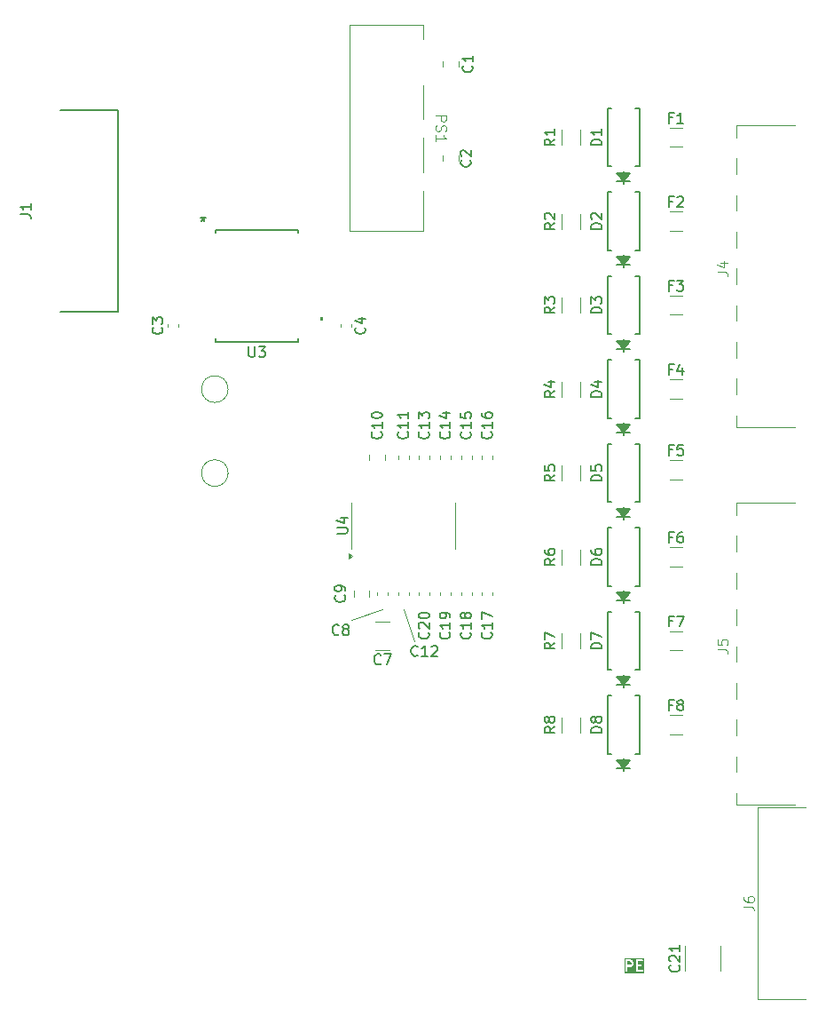
<source format=gbr>
%TF.GenerationSoftware,KiCad,Pcbnew,9.0.2*%
%TF.CreationDate,2025-06-09T15:51:03+03:00*%
%TF.ProjectId,PMCNV-AI8IU,504d434e-562d-4414-9938-49552e6b6963,rev?*%
%TF.SameCoordinates,Original*%
%TF.FileFunction,Legend,Top*%
%TF.FilePolarity,Positive*%
%FSLAX46Y46*%
G04 Gerber Fmt 4.6, Leading zero omitted, Abs format (unit mm)*
G04 Created by KiCad (PCBNEW 9.0.2) date 2025-06-09 15:51:03*
%MOMM*%
%LPD*%
G01*
G04 APERTURE LIST*
%ADD10C,0.100000*%
%ADD11C,0.200000*%
%ADD12C,0.150000*%
%ADD13C,0.120000*%
%ADD14C,0.152400*%
%ADD15C,0.000000*%
G04 APERTURE END LIST*
D10*
X-2000000Y-8000000D02*
X-5000000Y-9000000D01*
X1000000Y-11000000D02*
X0Y-8000000D01*
D11*
G36*
X21702668Y-41582024D02*
G01*
X21727337Y-41606692D01*
X21757142Y-41666302D01*
X21757142Y-41761945D01*
X21727337Y-41821554D01*
X21702668Y-41846222D01*
X21643059Y-41876028D01*
X21385714Y-41876028D01*
X21385714Y-41552219D01*
X21643059Y-41552219D01*
X21702668Y-41582024D01*
G37*
G36*
X22971094Y-42663330D02*
G01*
X21074603Y-42663330D01*
X21074603Y-41452219D01*
X21185714Y-41452219D01*
X21185714Y-42452219D01*
X21187635Y-42471728D01*
X21202567Y-42507776D01*
X21230157Y-42535366D01*
X21266205Y-42550298D01*
X21305223Y-42550298D01*
X21341271Y-42535366D01*
X21368861Y-42507776D01*
X21383793Y-42471728D01*
X21385714Y-42452219D01*
X21385714Y-42076028D01*
X21666666Y-42076028D01*
X21686175Y-42074107D01*
X21689495Y-42072731D01*
X21693079Y-42072477D01*
X21711387Y-42065471D01*
X21806625Y-42017852D01*
X21815021Y-42012566D01*
X21817461Y-42011556D01*
X21820207Y-42009302D01*
X21823215Y-42007409D01*
X21824944Y-42005414D01*
X21832615Y-41999120D01*
X21880233Y-41951501D01*
X21886525Y-41943834D01*
X21888523Y-41942102D01*
X21890416Y-41939093D01*
X21892670Y-41936348D01*
X21893680Y-41933907D01*
X21898966Y-41925511D01*
X21946585Y-41830274D01*
X21953591Y-41811965D01*
X21953845Y-41808381D01*
X21955221Y-41805061D01*
X21957142Y-41785552D01*
X21957142Y-41642695D01*
X21955221Y-41623186D01*
X21953845Y-41619865D01*
X21953591Y-41616282D01*
X21946585Y-41597973D01*
X21898966Y-41502736D01*
X21893680Y-41494339D01*
X21892670Y-41491899D01*
X21890416Y-41489153D01*
X21888523Y-41486145D01*
X21886525Y-41484412D01*
X21880233Y-41476746D01*
X21855707Y-41452219D01*
X22185714Y-41452219D01*
X22185714Y-42452219D01*
X22187635Y-42471728D01*
X22202567Y-42507776D01*
X22230157Y-42535366D01*
X22266205Y-42550298D01*
X22285714Y-42552219D01*
X22761904Y-42552219D01*
X22781413Y-42550298D01*
X22817461Y-42535366D01*
X22845051Y-42507776D01*
X22859983Y-42471728D01*
X22859983Y-42432710D01*
X22845051Y-42396662D01*
X22817461Y-42369072D01*
X22781413Y-42354140D01*
X22761904Y-42352219D01*
X22385714Y-42352219D01*
X22385714Y-42028409D01*
X22619047Y-42028409D01*
X22638556Y-42026488D01*
X22674604Y-42011556D01*
X22702194Y-41983966D01*
X22717126Y-41947918D01*
X22717126Y-41908900D01*
X22702194Y-41872852D01*
X22674604Y-41845262D01*
X22638556Y-41830330D01*
X22619047Y-41828409D01*
X22385714Y-41828409D01*
X22385714Y-41552219D01*
X22761904Y-41552219D01*
X22781413Y-41550298D01*
X22817461Y-41535366D01*
X22845051Y-41507776D01*
X22859983Y-41471728D01*
X22859983Y-41432710D01*
X22845051Y-41396662D01*
X22817461Y-41369072D01*
X22781413Y-41354140D01*
X22761904Y-41352219D01*
X22285714Y-41352219D01*
X22266205Y-41354140D01*
X22230157Y-41369072D01*
X22202567Y-41396662D01*
X22187635Y-41432710D01*
X22185714Y-41452219D01*
X21855707Y-41452219D01*
X21832615Y-41429127D01*
X21824944Y-41422832D01*
X21823215Y-41420838D01*
X21820207Y-41418944D01*
X21817461Y-41416691D01*
X21815021Y-41415680D01*
X21806625Y-41410395D01*
X21711387Y-41362776D01*
X21693079Y-41355770D01*
X21689495Y-41355515D01*
X21686175Y-41354140D01*
X21666666Y-41352219D01*
X21285714Y-41352219D01*
X21266205Y-41354140D01*
X21230157Y-41369072D01*
X21202567Y-41396662D01*
X21187635Y-41432710D01*
X21185714Y-41452219D01*
X21074603Y-41452219D01*
X21074603Y-41241108D01*
X22971094Y-41241108D01*
X22971094Y-42663330D01*
G37*
D12*
X25666666Y30888991D02*
X25333333Y30888991D01*
X25333333Y30365181D02*
X25333333Y31365181D01*
X25333333Y31365181D02*
X25809523Y31365181D01*
X26142857Y31269943D02*
X26190476Y31317562D01*
X26190476Y31317562D02*
X26285714Y31365181D01*
X26285714Y31365181D02*
X26523809Y31365181D01*
X26523809Y31365181D02*
X26619047Y31317562D01*
X26619047Y31317562D02*
X26666666Y31269943D01*
X26666666Y31269943D02*
X26714285Y31174705D01*
X26714285Y31174705D02*
X26714285Y31079467D01*
X26714285Y31079467D02*
X26666666Y30936610D01*
X26666666Y30936610D02*
X26095238Y30365181D01*
X26095238Y30365181D02*
X26714285Y30365181D01*
X25666666Y-9111009D02*
X25333333Y-9111009D01*
X25333333Y-9634819D02*
X25333333Y-8634819D01*
X25333333Y-8634819D02*
X25809523Y-8634819D01*
X26095238Y-8634819D02*
X26761904Y-8634819D01*
X26761904Y-8634819D02*
X26333333Y-9634819D01*
X18914819Y4261906D02*
X17914819Y4261906D01*
X17914819Y4261906D02*
X17914819Y4500001D01*
X17914819Y4500001D02*
X17962438Y4642858D01*
X17962438Y4642858D02*
X18057676Y4738096D01*
X18057676Y4738096D02*
X18152914Y4785715D01*
X18152914Y4785715D02*
X18343390Y4833334D01*
X18343390Y4833334D02*
X18486247Y4833334D01*
X18486247Y4833334D02*
X18676723Y4785715D01*
X18676723Y4785715D02*
X18771961Y4738096D01*
X18771961Y4738096D02*
X18867200Y4642858D01*
X18867200Y4642858D02*
X18914819Y4500001D01*
X18914819Y4500001D02*
X18914819Y4261906D01*
X17914819Y5738096D02*
X17914819Y5261906D01*
X17914819Y5261906D02*
X18391009Y5214287D01*
X18391009Y5214287D02*
X18343390Y5261906D01*
X18343390Y5261906D02*
X18295771Y5357144D01*
X18295771Y5357144D02*
X18295771Y5595239D01*
X18295771Y5595239D02*
X18343390Y5690477D01*
X18343390Y5690477D02*
X18391009Y5738096D01*
X18391009Y5738096D02*
X18486247Y5785715D01*
X18486247Y5785715D02*
X18724342Y5785715D01*
X18724342Y5785715D02*
X18819580Y5738096D01*
X18819580Y5738096D02*
X18867200Y5690477D01*
X18867200Y5690477D02*
X18914819Y5595239D01*
X18914819Y5595239D02*
X18914819Y5357144D01*
X18914819Y5357144D02*
X18867200Y5261906D01*
X18867200Y5261906D02*
X18819580Y5214287D01*
D10*
X29957419Y-11833333D02*
X30671704Y-11833333D01*
X30671704Y-11833333D02*
X30814561Y-11880952D01*
X30814561Y-11880952D02*
X30909800Y-11976190D01*
X30909800Y-11976190D02*
X30957419Y-12119047D01*
X30957419Y-12119047D02*
X30957419Y-12214285D01*
X29957419Y-10880952D02*
X29957419Y-11357142D01*
X29957419Y-11357142D02*
X30433609Y-11404761D01*
X30433609Y-11404761D02*
X30385990Y-11357142D01*
X30385990Y-11357142D02*
X30338371Y-11261904D01*
X30338371Y-11261904D02*
X30338371Y-11023809D01*
X30338371Y-11023809D02*
X30385990Y-10928571D01*
X30385990Y-10928571D02*
X30433609Y-10880952D01*
X30433609Y-10880952D02*
X30528847Y-10833333D01*
X30528847Y-10833333D02*
X30766942Y-10833333D01*
X30766942Y-10833333D02*
X30862180Y-10880952D01*
X30862180Y-10880952D02*
X30909800Y-10928571D01*
X30909800Y-10928571D02*
X30957419Y-11023809D01*
X30957419Y-11023809D02*
X30957419Y-11261904D01*
X30957419Y-11261904D02*
X30909800Y-11357142D01*
X30909800Y-11357142D02*
X30862180Y-11404761D01*
D12*
X14454819Y-3166666D02*
X13978628Y-3499999D01*
X14454819Y-3738094D02*
X13454819Y-3738094D01*
X13454819Y-3738094D02*
X13454819Y-3357142D01*
X13454819Y-3357142D02*
X13502438Y-3261904D01*
X13502438Y-3261904D02*
X13550057Y-3214285D01*
X13550057Y-3214285D02*
X13645295Y-3166666D01*
X13645295Y-3166666D02*
X13788152Y-3166666D01*
X13788152Y-3166666D02*
X13883390Y-3214285D01*
X13883390Y-3214285D02*
X13931009Y-3261904D01*
X13931009Y-3261904D02*
X13978628Y-3357142D01*
X13978628Y-3357142D02*
X13978628Y-3738094D01*
X13454819Y-2309523D02*
X13454819Y-2499999D01*
X13454819Y-2499999D02*
X13502438Y-2595237D01*
X13502438Y-2595237D02*
X13550057Y-2642856D01*
X13550057Y-2642856D02*
X13692914Y-2738094D01*
X13692914Y-2738094D02*
X13883390Y-2785713D01*
X13883390Y-2785713D02*
X14264342Y-2785713D01*
X14264342Y-2785713D02*
X14359580Y-2738094D01*
X14359580Y-2738094D02*
X14407200Y-2690475D01*
X14407200Y-2690475D02*
X14454819Y-2595237D01*
X14454819Y-2595237D02*
X14454819Y-2404761D01*
X14454819Y-2404761D02*
X14407200Y-2309523D01*
X14407200Y-2309523D02*
X14359580Y-2261904D01*
X14359580Y-2261904D02*
X14264342Y-2214285D01*
X14264342Y-2214285D02*
X14026247Y-2214285D01*
X14026247Y-2214285D02*
X13931009Y-2261904D01*
X13931009Y-2261904D02*
X13883390Y-2309523D01*
X13883390Y-2309523D02*
X13835771Y-2404761D01*
X13835771Y-2404761D02*
X13835771Y-2595237D01*
X13835771Y-2595237D02*
X13883390Y-2690475D01*
X13883390Y-2690475D02*
X13931009Y-2738094D01*
X13931009Y-2738094D02*
X14026247Y-2785713D01*
X25666666Y22888991D02*
X25333333Y22888991D01*
X25333333Y22365181D02*
X25333333Y23365181D01*
X25333333Y23365181D02*
X25809523Y23365181D01*
X26095238Y23365181D02*
X26714285Y23365181D01*
X26714285Y23365181D02*
X26380952Y22984229D01*
X26380952Y22984229D02*
X26523809Y22984229D01*
X26523809Y22984229D02*
X26619047Y22936610D01*
X26619047Y22936610D02*
X26666666Y22888991D01*
X26666666Y22888991D02*
X26714285Y22793753D01*
X26714285Y22793753D02*
X26714285Y22555658D01*
X26714285Y22555658D02*
X26666666Y22460420D01*
X26666666Y22460420D02*
X26619047Y22412800D01*
X26619047Y22412800D02*
X26523809Y22365181D01*
X26523809Y22365181D02*
X26238095Y22365181D01*
X26238095Y22365181D02*
X26142857Y22412800D01*
X26142857Y22412800D02*
X26095238Y22460420D01*
X2359580Y8908208D02*
X2407200Y8860589D01*
X2407200Y8860589D02*
X2454819Y8717732D01*
X2454819Y8717732D02*
X2454819Y8622494D01*
X2454819Y8622494D02*
X2407200Y8479637D01*
X2407200Y8479637D02*
X2311961Y8384399D01*
X2311961Y8384399D02*
X2216723Y8336780D01*
X2216723Y8336780D02*
X2026247Y8289161D01*
X2026247Y8289161D02*
X1883390Y8289161D01*
X1883390Y8289161D02*
X1692914Y8336780D01*
X1692914Y8336780D02*
X1597676Y8384399D01*
X1597676Y8384399D02*
X1502438Y8479637D01*
X1502438Y8479637D02*
X1454819Y8622494D01*
X1454819Y8622494D02*
X1454819Y8717732D01*
X1454819Y8717732D02*
X1502438Y8860589D01*
X1502438Y8860589D02*
X1550057Y8908208D01*
X2454819Y9860589D02*
X2454819Y9289161D01*
X2454819Y9574875D02*
X1454819Y9574875D01*
X1454819Y9574875D02*
X1597676Y9479637D01*
X1597676Y9479637D02*
X1692914Y9384399D01*
X1692914Y9384399D02*
X1740533Y9289161D01*
X1454819Y10193923D02*
X1454819Y10812970D01*
X1454819Y10812970D02*
X1835771Y10479637D01*
X1835771Y10479637D02*
X1835771Y10622494D01*
X1835771Y10622494D02*
X1883390Y10717732D01*
X1883390Y10717732D02*
X1931009Y10765351D01*
X1931009Y10765351D02*
X2026247Y10812970D01*
X2026247Y10812970D02*
X2264342Y10812970D01*
X2264342Y10812970D02*
X2359580Y10765351D01*
X2359580Y10765351D02*
X2407200Y10717732D01*
X2407200Y10717732D02*
X2454819Y10622494D01*
X2454819Y10622494D02*
X2454819Y10336780D01*
X2454819Y10336780D02*
X2407200Y10241542D01*
X2407200Y10241542D02*
X2359580Y10193923D01*
X-36545181Y29666667D02*
X-35830896Y29666667D01*
X-35830896Y29666667D02*
X-35688039Y29619048D01*
X-35688039Y29619048D02*
X-35592800Y29523810D01*
X-35592800Y29523810D02*
X-35545181Y29380953D01*
X-35545181Y29380953D02*
X-35545181Y29285715D01*
X-35545181Y30666667D02*
X-35545181Y30095239D01*
X-35545181Y30380953D02*
X-36545181Y30380953D01*
X-36545181Y30380953D02*
X-36402324Y30285715D01*
X-36402324Y30285715D02*
X-36307086Y30190477D01*
X-36307086Y30190477D02*
X-36259467Y30095239D01*
X6539580Y43833334D02*
X6587200Y43785715D01*
X6587200Y43785715D02*
X6634819Y43642858D01*
X6634819Y43642858D02*
X6634819Y43547620D01*
X6634819Y43547620D02*
X6587200Y43404763D01*
X6587200Y43404763D02*
X6491961Y43309525D01*
X6491961Y43309525D02*
X6396723Y43261906D01*
X6396723Y43261906D02*
X6206247Y43214287D01*
X6206247Y43214287D02*
X6063390Y43214287D01*
X6063390Y43214287D02*
X5872914Y43261906D01*
X5872914Y43261906D02*
X5777676Y43309525D01*
X5777676Y43309525D02*
X5682438Y43404763D01*
X5682438Y43404763D02*
X5634819Y43547620D01*
X5634819Y43547620D02*
X5634819Y43642858D01*
X5634819Y43642858D02*
X5682438Y43785715D01*
X5682438Y43785715D02*
X5730057Y43833334D01*
X6634819Y44785715D02*
X6634819Y44214287D01*
X6634819Y44500001D02*
X5634819Y44500001D01*
X5634819Y44500001D02*
X5777676Y44404763D01*
X5777676Y44404763D02*
X5872914Y44309525D01*
X5872914Y44309525D02*
X5920533Y44214287D01*
X18914819Y20261906D02*
X17914819Y20261906D01*
X17914819Y20261906D02*
X17914819Y20500001D01*
X17914819Y20500001D02*
X17962438Y20642858D01*
X17962438Y20642858D02*
X18057676Y20738096D01*
X18057676Y20738096D02*
X18152914Y20785715D01*
X18152914Y20785715D02*
X18343390Y20833334D01*
X18343390Y20833334D02*
X18486247Y20833334D01*
X18486247Y20833334D02*
X18676723Y20785715D01*
X18676723Y20785715D02*
X18771961Y20738096D01*
X18771961Y20738096D02*
X18867200Y20642858D01*
X18867200Y20642858D02*
X18914819Y20500001D01*
X18914819Y20500001D02*
X18914819Y20261906D01*
X17914819Y21166668D02*
X17914819Y21785715D01*
X17914819Y21785715D02*
X18295771Y21452382D01*
X18295771Y21452382D02*
X18295771Y21595239D01*
X18295771Y21595239D02*
X18343390Y21690477D01*
X18343390Y21690477D02*
X18391009Y21738096D01*
X18391009Y21738096D02*
X18486247Y21785715D01*
X18486247Y21785715D02*
X18724342Y21785715D01*
X18724342Y21785715D02*
X18819580Y21738096D01*
X18819580Y21738096D02*
X18867200Y21690477D01*
X18867200Y21690477D02*
X18914819Y21595239D01*
X18914819Y21595239D02*
X18914819Y21309525D01*
X18914819Y21309525D02*
X18867200Y21214287D01*
X18867200Y21214287D02*
X18819580Y21166668D01*
D10*
X29957419Y24166667D02*
X30671704Y24166667D01*
X30671704Y24166667D02*
X30814561Y24119048D01*
X30814561Y24119048D02*
X30909800Y24023810D01*
X30909800Y24023810D02*
X30957419Y23880953D01*
X30957419Y23880953D02*
X30957419Y23785715D01*
X30290752Y25071429D02*
X30957419Y25071429D01*
X29909800Y24833334D02*
X30624085Y24595239D01*
X30624085Y24595239D02*
X30624085Y25214286D01*
X3082580Y39094286D02*
X4082580Y39094286D01*
X4082580Y39094286D02*
X4082580Y38713334D01*
X4082580Y38713334D02*
X4034961Y38618096D01*
X4034961Y38618096D02*
X3987342Y38570477D01*
X3987342Y38570477D02*
X3892104Y38522858D01*
X3892104Y38522858D02*
X3749247Y38522858D01*
X3749247Y38522858D02*
X3654009Y38570477D01*
X3654009Y38570477D02*
X3606390Y38618096D01*
X3606390Y38618096D02*
X3558771Y38713334D01*
X3558771Y38713334D02*
X3558771Y39094286D01*
X3130200Y38141905D02*
X3082580Y37999048D01*
X3082580Y37999048D02*
X3082580Y37760953D01*
X3082580Y37760953D02*
X3130200Y37665715D01*
X3130200Y37665715D02*
X3177819Y37618096D01*
X3177819Y37618096D02*
X3273057Y37570477D01*
X3273057Y37570477D02*
X3368295Y37570477D01*
X3368295Y37570477D02*
X3463533Y37618096D01*
X3463533Y37618096D02*
X3511152Y37665715D01*
X3511152Y37665715D02*
X3558771Y37760953D01*
X3558771Y37760953D02*
X3606390Y37951429D01*
X3606390Y37951429D02*
X3654009Y38046667D01*
X3654009Y38046667D02*
X3701628Y38094286D01*
X3701628Y38094286D02*
X3796866Y38141905D01*
X3796866Y38141905D02*
X3892104Y38141905D01*
X3892104Y38141905D02*
X3987342Y38094286D01*
X3987342Y38094286D02*
X4034961Y38046667D01*
X4034961Y38046667D02*
X4082580Y37951429D01*
X4082580Y37951429D02*
X4082580Y37713334D01*
X4082580Y37713334D02*
X4034961Y37570477D01*
X3082580Y36618096D02*
X3082580Y37189524D01*
X3082580Y36903810D02*
X4082580Y36903810D01*
X4082580Y36903810D02*
X3939723Y36999048D01*
X3939723Y36999048D02*
X3844485Y37094286D01*
X3844485Y37094286D02*
X3796866Y37189524D01*
D12*
X14454819Y36833334D02*
X13978628Y36500001D01*
X14454819Y36261906D02*
X13454819Y36261906D01*
X13454819Y36261906D02*
X13454819Y36642858D01*
X13454819Y36642858D02*
X13502438Y36738096D01*
X13502438Y36738096D02*
X13550057Y36785715D01*
X13550057Y36785715D02*
X13645295Y36833334D01*
X13645295Y36833334D02*
X13788152Y36833334D01*
X13788152Y36833334D02*
X13883390Y36785715D01*
X13883390Y36785715D02*
X13931009Y36738096D01*
X13931009Y36738096D02*
X13978628Y36642858D01*
X13978628Y36642858D02*
X13978628Y36261906D01*
X14454819Y37785715D02*
X14454819Y37214287D01*
X14454819Y37500001D02*
X13454819Y37500001D01*
X13454819Y37500001D02*
X13597676Y37404763D01*
X13597676Y37404763D02*
X13692914Y37309525D01*
X13692914Y37309525D02*
X13740533Y37214287D01*
X359580Y8908208D02*
X407200Y8860589D01*
X407200Y8860589D02*
X454819Y8717732D01*
X454819Y8717732D02*
X454819Y8622494D01*
X454819Y8622494D02*
X407200Y8479637D01*
X407200Y8479637D02*
X311961Y8384399D01*
X311961Y8384399D02*
X216723Y8336780D01*
X216723Y8336780D02*
X26247Y8289161D01*
X26247Y8289161D02*
X-116610Y8289161D01*
X-116610Y8289161D02*
X-307086Y8336780D01*
X-307086Y8336780D02*
X-402324Y8384399D01*
X-402324Y8384399D02*
X-497562Y8479637D01*
X-497562Y8479637D02*
X-545181Y8622494D01*
X-545181Y8622494D02*
X-545181Y8717732D01*
X-545181Y8717732D02*
X-497562Y8860589D01*
X-497562Y8860589D02*
X-449943Y8908208D01*
X454819Y9860589D02*
X454819Y9289161D01*
X454819Y9574875D02*
X-545181Y9574875D01*
X-545181Y9574875D02*
X-402324Y9479637D01*
X-402324Y9479637D02*
X-307086Y9384399D01*
X-307086Y9384399D02*
X-259467Y9289161D01*
X454819Y10812970D02*
X454819Y10241542D01*
X454819Y10527256D02*
X-545181Y10527256D01*
X-545181Y10527256D02*
X-402324Y10432018D01*
X-402324Y10432018D02*
X-307086Y10336780D01*
X-307086Y10336780D02*
X-259467Y10241542D01*
X14454819Y12833334D02*
X13978628Y12500001D01*
X14454819Y12261906D02*
X13454819Y12261906D01*
X13454819Y12261906D02*
X13454819Y12642858D01*
X13454819Y12642858D02*
X13502438Y12738096D01*
X13502438Y12738096D02*
X13550057Y12785715D01*
X13550057Y12785715D02*
X13645295Y12833334D01*
X13645295Y12833334D02*
X13788152Y12833334D01*
X13788152Y12833334D02*
X13883390Y12785715D01*
X13883390Y12785715D02*
X13931009Y12738096D01*
X13931009Y12738096D02*
X13978628Y12642858D01*
X13978628Y12642858D02*
X13978628Y12261906D01*
X13788152Y13690477D02*
X14454819Y13690477D01*
X13407200Y13452382D02*
X14121485Y13214287D01*
X14121485Y13214287D02*
X14121485Y13833334D01*
X-2166667Y-13159580D02*
X-2214286Y-13207200D01*
X-2214286Y-13207200D02*
X-2357143Y-13254819D01*
X-2357143Y-13254819D02*
X-2452381Y-13254819D01*
X-2452381Y-13254819D02*
X-2595238Y-13207200D01*
X-2595238Y-13207200D02*
X-2690476Y-13111961D01*
X-2690476Y-13111961D02*
X-2738095Y-13016723D01*
X-2738095Y-13016723D02*
X-2785714Y-12826247D01*
X-2785714Y-12826247D02*
X-2785714Y-12683390D01*
X-2785714Y-12683390D02*
X-2738095Y-12492914D01*
X-2738095Y-12492914D02*
X-2690476Y-12397676D01*
X-2690476Y-12397676D02*
X-2595238Y-12302438D01*
X-2595238Y-12302438D02*
X-2452381Y-12254819D01*
X-2452381Y-12254819D02*
X-2357143Y-12254819D01*
X-2357143Y-12254819D02*
X-2214286Y-12302438D01*
X-2214286Y-12302438D02*
X-2166667Y-12350057D01*
X-1833333Y-12254819D02*
X-1166667Y-12254819D01*
X-1166667Y-12254819D02*
X-1595238Y-13254819D01*
X14454819Y28833334D02*
X13978628Y28500001D01*
X14454819Y28261906D02*
X13454819Y28261906D01*
X13454819Y28261906D02*
X13454819Y28642858D01*
X13454819Y28642858D02*
X13502438Y28738096D01*
X13502438Y28738096D02*
X13550057Y28785715D01*
X13550057Y28785715D02*
X13645295Y28833334D01*
X13645295Y28833334D02*
X13788152Y28833334D01*
X13788152Y28833334D02*
X13883390Y28785715D01*
X13883390Y28785715D02*
X13931009Y28738096D01*
X13931009Y28738096D02*
X13978628Y28642858D01*
X13978628Y28642858D02*
X13978628Y28261906D01*
X13550057Y29214287D02*
X13502438Y29261906D01*
X13502438Y29261906D02*
X13454819Y29357144D01*
X13454819Y29357144D02*
X13454819Y29595239D01*
X13454819Y29595239D02*
X13502438Y29690477D01*
X13502438Y29690477D02*
X13550057Y29738096D01*
X13550057Y29738096D02*
X13645295Y29785715D01*
X13645295Y29785715D02*
X13740533Y29785715D01*
X13740533Y29785715D02*
X13883390Y29738096D01*
X13883390Y29738096D02*
X14454819Y29166668D01*
X14454819Y29166668D02*
X14454819Y29785715D01*
X-14761905Y17055181D02*
X-14761905Y16245658D01*
X-14761905Y16245658D02*
X-14714286Y16150420D01*
X-14714286Y16150420D02*
X-14666667Y16102800D01*
X-14666667Y16102800D02*
X-14571429Y16055181D01*
X-14571429Y16055181D02*
X-14380953Y16055181D01*
X-14380953Y16055181D02*
X-14285715Y16102800D01*
X-14285715Y16102800D02*
X-14238096Y16150420D01*
X-14238096Y16150420D02*
X-14190477Y16245658D01*
X-14190477Y16245658D02*
X-14190477Y17055181D01*
X-13809524Y17055181D02*
X-13190477Y17055181D01*
X-13190477Y17055181D02*
X-13523810Y16674229D01*
X-13523810Y16674229D02*
X-13380953Y16674229D01*
X-13380953Y16674229D02*
X-13285715Y16626610D01*
X-13285715Y16626610D02*
X-13238096Y16578991D01*
X-13238096Y16578991D02*
X-13190477Y16483753D01*
X-13190477Y16483753D02*
X-13190477Y16245658D01*
X-13190477Y16245658D02*
X-13238096Y16150420D01*
X-13238096Y16150420D02*
X-13285715Y16102800D01*
X-13285715Y16102800D02*
X-13380953Y16055181D01*
X-13380953Y16055181D02*
X-13666667Y16055181D01*
X-13666667Y16055181D02*
X-13761905Y16102800D01*
X-13761905Y16102800D02*
X-13809524Y16150420D01*
X-19130800Y29475781D02*
X-19130800Y29237686D01*
X-19368895Y29332924D02*
X-19130800Y29237686D01*
X-19130800Y29237686D02*
X-18892705Y29332924D01*
X-19273657Y29047210D02*
X-19130800Y29237686D01*
X-19130800Y29237686D02*
X-18987943Y29047210D01*
X-23070420Y18883334D02*
X-23022800Y18835715D01*
X-23022800Y18835715D02*
X-22975181Y18692858D01*
X-22975181Y18692858D02*
X-22975181Y18597620D01*
X-22975181Y18597620D02*
X-23022800Y18454763D01*
X-23022800Y18454763D02*
X-23118039Y18359525D01*
X-23118039Y18359525D02*
X-23213277Y18311906D01*
X-23213277Y18311906D02*
X-23403753Y18264287D01*
X-23403753Y18264287D02*
X-23546610Y18264287D01*
X-23546610Y18264287D02*
X-23737086Y18311906D01*
X-23737086Y18311906D02*
X-23832324Y18359525D01*
X-23832324Y18359525D02*
X-23927562Y18454763D01*
X-23927562Y18454763D02*
X-23975181Y18597620D01*
X-23975181Y18597620D02*
X-23975181Y18692858D01*
X-23975181Y18692858D02*
X-23927562Y18835715D01*
X-23927562Y18835715D02*
X-23879943Y18883334D01*
X-23975181Y19216668D02*
X-23975181Y19835715D01*
X-23975181Y19835715D02*
X-23594229Y19502382D01*
X-23594229Y19502382D02*
X-23594229Y19645239D01*
X-23594229Y19645239D02*
X-23546610Y19740477D01*
X-23546610Y19740477D02*
X-23498991Y19788096D01*
X-23498991Y19788096D02*
X-23403753Y19835715D01*
X-23403753Y19835715D02*
X-23165658Y19835715D01*
X-23165658Y19835715D02*
X-23070420Y19788096D01*
X-23070420Y19788096D02*
X-23022800Y19740477D01*
X-23022800Y19740477D02*
X-22975181Y19645239D01*
X-22975181Y19645239D02*
X-22975181Y19359525D01*
X-22975181Y19359525D02*
X-23022800Y19264287D01*
X-23022800Y19264287D02*
X-23070420Y19216668D01*
X-2140420Y8908208D02*
X-2092800Y8860589D01*
X-2092800Y8860589D02*
X-2045181Y8717732D01*
X-2045181Y8717732D02*
X-2045181Y8622494D01*
X-2045181Y8622494D02*
X-2092800Y8479637D01*
X-2092800Y8479637D02*
X-2188039Y8384399D01*
X-2188039Y8384399D02*
X-2283277Y8336780D01*
X-2283277Y8336780D02*
X-2473753Y8289161D01*
X-2473753Y8289161D02*
X-2616610Y8289161D01*
X-2616610Y8289161D02*
X-2807086Y8336780D01*
X-2807086Y8336780D02*
X-2902324Y8384399D01*
X-2902324Y8384399D02*
X-2997562Y8479637D01*
X-2997562Y8479637D02*
X-3045181Y8622494D01*
X-3045181Y8622494D02*
X-3045181Y8717732D01*
X-3045181Y8717732D02*
X-2997562Y8860589D01*
X-2997562Y8860589D02*
X-2949943Y8908208D01*
X-2045181Y9860589D02*
X-2045181Y9289161D01*
X-2045181Y9574875D02*
X-3045181Y9574875D01*
X-3045181Y9574875D02*
X-2902324Y9479637D01*
X-2902324Y9479637D02*
X-2807086Y9384399D01*
X-2807086Y9384399D02*
X-2759467Y9289161D01*
X-3045181Y10479637D02*
X-3045181Y10574875D01*
X-3045181Y10574875D02*
X-2997562Y10670113D01*
X-2997562Y10670113D02*
X-2949943Y10717732D01*
X-2949943Y10717732D02*
X-2854705Y10765351D01*
X-2854705Y10765351D02*
X-2664229Y10812970D01*
X-2664229Y10812970D02*
X-2426134Y10812970D01*
X-2426134Y10812970D02*
X-2235658Y10765351D01*
X-2235658Y10765351D02*
X-2140420Y10717732D01*
X-2140420Y10717732D02*
X-2092800Y10670113D01*
X-2092800Y10670113D02*
X-2045181Y10574875D01*
X-2045181Y10574875D02*
X-2045181Y10479637D01*
X-2045181Y10479637D02*
X-2092800Y10384399D01*
X-2092800Y10384399D02*
X-2140420Y10336780D01*
X-2140420Y10336780D02*
X-2235658Y10289161D01*
X-2235658Y10289161D02*
X-2426134Y10241542D01*
X-2426134Y10241542D02*
X-2664229Y10241542D01*
X-2664229Y10241542D02*
X-2854705Y10289161D01*
X-2854705Y10289161D02*
X-2949943Y10336780D01*
X-2949943Y10336780D02*
X-2997562Y10384399D01*
X-2997562Y10384399D02*
X-3045181Y10479637D01*
X6359580Y-10193922D02*
X6407200Y-10241541D01*
X6407200Y-10241541D02*
X6454819Y-10384398D01*
X6454819Y-10384398D02*
X6454819Y-10479636D01*
X6454819Y-10479636D02*
X6407200Y-10622493D01*
X6407200Y-10622493D02*
X6311961Y-10717731D01*
X6311961Y-10717731D02*
X6216723Y-10765350D01*
X6216723Y-10765350D02*
X6026247Y-10812969D01*
X6026247Y-10812969D02*
X5883390Y-10812969D01*
X5883390Y-10812969D02*
X5692914Y-10765350D01*
X5692914Y-10765350D02*
X5597676Y-10717731D01*
X5597676Y-10717731D02*
X5502438Y-10622493D01*
X5502438Y-10622493D02*
X5454819Y-10479636D01*
X5454819Y-10479636D02*
X5454819Y-10384398D01*
X5454819Y-10384398D02*
X5502438Y-10241541D01*
X5502438Y-10241541D02*
X5550057Y-10193922D01*
X6454819Y-9241541D02*
X6454819Y-9812969D01*
X6454819Y-9527255D02*
X5454819Y-9527255D01*
X5454819Y-9527255D02*
X5597676Y-9622493D01*
X5597676Y-9622493D02*
X5692914Y-9717731D01*
X5692914Y-9717731D02*
X5740533Y-9812969D01*
X5883390Y-8670112D02*
X5835771Y-8765350D01*
X5835771Y-8765350D02*
X5788152Y-8812969D01*
X5788152Y-8812969D02*
X5692914Y-8860588D01*
X5692914Y-8860588D02*
X5645295Y-8860588D01*
X5645295Y-8860588D02*
X5550057Y-8812969D01*
X5550057Y-8812969D02*
X5502438Y-8765350D01*
X5502438Y-8765350D02*
X5454819Y-8670112D01*
X5454819Y-8670112D02*
X5454819Y-8479636D01*
X5454819Y-8479636D02*
X5502438Y-8384398D01*
X5502438Y-8384398D02*
X5550057Y-8336779D01*
X5550057Y-8336779D02*
X5645295Y-8289160D01*
X5645295Y-8289160D02*
X5692914Y-8289160D01*
X5692914Y-8289160D02*
X5788152Y-8336779D01*
X5788152Y-8336779D02*
X5835771Y-8384398D01*
X5835771Y-8384398D02*
X5883390Y-8479636D01*
X5883390Y-8479636D02*
X5883390Y-8670112D01*
X5883390Y-8670112D02*
X5931009Y-8765350D01*
X5931009Y-8765350D02*
X5978628Y-8812969D01*
X5978628Y-8812969D02*
X6073866Y-8860588D01*
X6073866Y-8860588D02*
X6264342Y-8860588D01*
X6264342Y-8860588D02*
X6359580Y-8812969D01*
X6359580Y-8812969D02*
X6407200Y-8765350D01*
X6407200Y-8765350D02*
X6454819Y-8670112D01*
X6454819Y-8670112D02*
X6454819Y-8479636D01*
X6454819Y-8479636D02*
X6407200Y-8384398D01*
X6407200Y-8384398D02*
X6359580Y-8336779D01*
X6359580Y-8336779D02*
X6264342Y-8289160D01*
X6264342Y-8289160D02*
X6073866Y-8289160D01*
X6073866Y-8289160D02*
X5978628Y-8336779D01*
X5978628Y-8336779D02*
X5931009Y-8384398D01*
X5931009Y-8384398D02*
X5883390Y-8479636D01*
X14454819Y20833334D02*
X13978628Y20500001D01*
X14454819Y20261906D02*
X13454819Y20261906D01*
X13454819Y20261906D02*
X13454819Y20642858D01*
X13454819Y20642858D02*
X13502438Y20738096D01*
X13502438Y20738096D02*
X13550057Y20785715D01*
X13550057Y20785715D02*
X13645295Y20833334D01*
X13645295Y20833334D02*
X13788152Y20833334D01*
X13788152Y20833334D02*
X13883390Y20785715D01*
X13883390Y20785715D02*
X13931009Y20738096D01*
X13931009Y20738096D02*
X13978628Y20642858D01*
X13978628Y20642858D02*
X13978628Y20261906D01*
X13454819Y21166668D02*
X13454819Y21785715D01*
X13454819Y21785715D02*
X13835771Y21452382D01*
X13835771Y21452382D02*
X13835771Y21595239D01*
X13835771Y21595239D02*
X13883390Y21690477D01*
X13883390Y21690477D02*
X13931009Y21738096D01*
X13931009Y21738096D02*
X14026247Y21785715D01*
X14026247Y21785715D02*
X14264342Y21785715D01*
X14264342Y21785715D02*
X14359580Y21738096D01*
X14359580Y21738096D02*
X14407200Y21690477D01*
X14407200Y21690477D02*
X14454819Y21595239D01*
X14454819Y21595239D02*
X14454819Y21309525D01*
X14454819Y21309525D02*
X14407200Y21214287D01*
X14407200Y21214287D02*
X14359580Y21166668D01*
X1357142Y-12359580D02*
X1309523Y-12407200D01*
X1309523Y-12407200D02*
X1166666Y-12454819D01*
X1166666Y-12454819D02*
X1071428Y-12454819D01*
X1071428Y-12454819D02*
X928571Y-12407200D01*
X928571Y-12407200D02*
X833333Y-12311961D01*
X833333Y-12311961D02*
X785714Y-12216723D01*
X785714Y-12216723D02*
X738095Y-12026247D01*
X738095Y-12026247D02*
X738095Y-11883390D01*
X738095Y-11883390D02*
X785714Y-11692914D01*
X785714Y-11692914D02*
X833333Y-11597676D01*
X833333Y-11597676D02*
X928571Y-11502438D01*
X928571Y-11502438D02*
X1071428Y-11454819D01*
X1071428Y-11454819D02*
X1166666Y-11454819D01*
X1166666Y-11454819D02*
X1309523Y-11502438D01*
X1309523Y-11502438D02*
X1357142Y-11550057D01*
X2309523Y-12454819D02*
X1738095Y-12454819D01*
X2023809Y-12454819D02*
X2023809Y-11454819D01*
X2023809Y-11454819D02*
X1928571Y-11597676D01*
X1928571Y-11597676D02*
X1833333Y-11692914D01*
X1833333Y-11692914D02*
X1738095Y-11740533D01*
X2690476Y-11550057D02*
X2738095Y-11502438D01*
X2738095Y-11502438D02*
X2833333Y-11454819D01*
X2833333Y-11454819D02*
X3071428Y-11454819D01*
X3071428Y-11454819D02*
X3166666Y-11502438D01*
X3166666Y-11502438D02*
X3214285Y-11550057D01*
X3214285Y-11550057D02*
X3261904Y-11645295D01*
X3261904Y-11645295D02*
X3261904Y-11740533D01*
X3261904Y-11740533D02*
X3214285Y-11883390D01*
X3214285Y-11883390D02*
X2642857Y-12454819D01*
X2642857Y-12454819D02*
X3261904Y-12454819D01*
X18914819Y28261906D02*
X17914819Y28261906D01*
X17914819Y28261906D02*
X17914819Y28500001D01*
X17914819Y28500001D02*
X17962438Y28642858D01*
X17962438Y28642858D02*
X18057676Y28738096D01*
X18057676Y28738096D02*
X18152914Y28785715D01*
X18152914Y28785715D02*
X18343390Y28833334D01*
X18343390Y28833334D02*
X18486247Y28833334D01*
X18486247Y28833334D02*
X18676723Y28785715D01*
X18676723Y28785715D02*
X18771961Y28738096D01*
X18771961Y28738096D02*
X18867200Y28642858D01*
X18867200Y28642858D02*
X18914819Y28500001D01*
X18914819Y28500001D02*
X18914819Y28261906D01*
X18010057Y29214287D02*
X17962438Y29261906D01*
X17962438Y29261906D02*
X17914819Y29357144D01*
X17914819Y29357144D02*
X17914819Y29595239D01*
X17914819Y29595239D02*
X17962438Y29690477D01*
X17962438Y29690477D02*
X18010057Y29738096D01*
X18010057Y29738096D02*
X18105295Y29785715D01*
X18105295Y29785715D02*
X18200533Y29785715D01*
X18200533Y29785715D02*
X18343390Y29738096D01*
X18343390Y29738096D02*
X18914819Y29166668D01*
X18914819Y29166668D02*
X18914819Y29785715D01*
D10*
X32457419Y-36333333D02*
X33171704Y-36333333D01*
X33171704Y-36333333D02*
X33314561Y-36380952D01*
X33314561Y-36380952D02*
X33409800Y-36476190D01*
X33409800Y-36476190D02*
X33457419Y-36619047D01*
X33457419Y-36619047D02*
X33457419Y-36714285D01*
X32457419Y-35428571D02*
X32457419Y-35619047D01*
X32457419Y-35619047D02*
X32505038Y-35714285D01*
X32505038Y-35714285D02*
X32552657Y-35761904D01*
X32552657Y-35761904D02*
X32695514Y-35857142D01*
X32695514Y-35857142D02*
X32885990Y-35904761D01*
X32885990Y-35904761D02*
X33266942Y-35904761D01*
X33266942Y-35904761D02*
X33362180Y-35857142D01*
X33362180Y-35857142D02*
X33409800Y-35809523D01*
X33409800Y-35809523D02*
X33457419Y-35714285D01*
X33457419Y-35714285D02*
X33457419Y-35523809D01*
X33457419Y-35523809D02*
X33409800Y-35428571D01*
X33409800Y-35428571D02*
X33362180Y-35380952D01*
X33362180Y-35380952D02*
X33266942Y-35333333D01*
X33266942Y-35333333D02*
X33028847Y-35333333D01*
X33028847Y-35333333D02*
X32933609Y-35380952D01*
X32933609Y-35380952D02*
X32885990Y-35428571D01*
X32885990Y-35428571D02*
X32838371Y-35523809D01*
X32838371Y-35523809D02*
X32838371Y-35714285D01*
X32838371Y-35714285D02*
X32885990Y-35809523D01*
X32885990Y-35809523D02*
X32933609Y-35857142D01*
X32933609Y-35857142D02*
X33028847Y-35904761D01*
D12*
X18914819Y12261906D02*
X17914819Y12261906D01*
X17914819Y12261906D02*
X17914819Y12500001D01*
X17914819Y12500001D02*
X17962438Y12642858D01*
X17962438Y12642858D02*
X18057676Y12738096D01*
X18057676Y12738096D02*
X18152914Y12785715D01*
X18152914Y12785715D02*
X18343390Y12833334D01*
X18343390Y12833334D02*
X18486247Y12833334D01*
X18486247Y12833334D02*
X18676723Y12785715D01*
X18676723Y12785715D02*
X18771961Y12738096D01*
X18771961Y12738096D02*
X18867200Y12642858D01*
X18867200Y12642858D02*
X18914819Y12500001D01*
X18914819Y12500001D02*
X18914819Y12261906D01*
X18248152Y13690477D02*
X18914819Y13690477D01*
X17867200Y13452382D02*
X18581485Y13214287D01*
X18581485Y13214287D02*
X18581485Y13833334D01*
X14454819Y4833334D02*
X13978628Y4500001D01*
X14454819Y4261906D02*
X13454819Y4261906D01*
X13454819Y4261906D02*
X13454819Y4642858D01*
X13454819Y4642858D02*
X13502438Y4738096D01*
X13502438Y4738096D02*
X13550057Y4785715D01*
X13550057Y4785715D02*
X13645295Y4833334D01*
X13645295Y4833334D02*
X13788152Y4833334D01*
X13788152Y4833334D02*
X13883390Y4785715D01*
X13883390Y4785715D02*
X13931009Y4738096D01*
X13931009Y4738096D02*
X13978628Y4642858D01*
X13978628Y4642858D02*
X13978628Y4261906D01*
X13454819Y5738096D02*
X13454819Y5261906D01*
X13454819Y5261906D02*
X13931009Y5214287D01*
X13931009Y5214287D02*
X13883390Y5261906D01*
X13883390Y5261906D02*
X13835771Y5357144D01*
X13835771Y5357144D02*
X13835771Y5595239D01*
X13835771Y5595239D02*
X13883390Y5690477D01*
X13883390Y5690477D02*
X13931009Y5738096D01*
X13931009Y5738096D02*
X14026247Y5785715D01*
X14026247Y5785715D02*
X14264342Y5785715D01*
X14264342Y5785715D02*
X14359580Y5738096D01*
X14359580Y5738096D02*
X14407200Y5690477D01*
X14407200Y5690477D02*
X14454819Y5595239D01*
X14454819Y5595239D02*
X14454819Y5357144D01*
X14454819Y5357144D02*
X14407200Y5261906D01*
X14407200Y5261906D02*
X14359580Y5214287D01*
X25666666Y7213991D02*
X25333333Y7213991D01*
X25333333Y6690181D02*
X25333333Y7690181D01*
X25333333Y7690181D02*
X25809523Y7690181D01*
X26666666Y7690181D02*
X26190476Y7690181D01*
X26190476Y7690181D02*
X26142857Y7213991D01*
X26142857Y7213991D02*
X26190476Y7261610D01*
X26190476Y7261610D02*
X26285714Y7309229D01*
X26285714Y7309229D02*
X26523809Y7309229D01*
X26523809Y7309229D02*
X26619047Y7261610D01*
X26619047Y7261610D02*
X26666666Y7213991D01*
X26666666Y7213991D02*
X26714285Y7118753D01*
X26714285Y7118753D02*
X26714285Y6880658D01*
X26714285Y6880658D02*
X26666666Y6785420D01*
X26666666Y6785420D02*
X26619047Y6737800D01*
X26619047Y6737800D02*
X26523809Y6690181D01*
X26523809Y6690181D02*
X26285714Y6690181D01*
X26285714Y6690181D02*
X26190476Y6737800D01*
X26190476Y6737800D02*
X26142857Y6785420D01*
X6359580Y8908208D02*
X6407200Y8860589D01*
X6407200Y8860589D02*
X6454819Y8717732D01*
X6454819Y8717732D02*
X6454819Y8622494D01*
X6454819Y8622494D02*
X6407200Y8479637D01*
X6407200Y8479637D02*
X6311961Y8384399D01*
X6311961Y8384399D02*
X6216723Y8336780D01*
X6216723Y8336780D02*
X6026247Y8289161D01*
X6026247Y8289161D02*
X5883390Y8289161D01*
X5883390Y8289161D02*
X5692914Y8336780D01*
X5692914Y8336780D02*
X5597676Y8384399D01*
X5597676Y8384399D02*
X5502438Y8479637D01*
X5502438Y8479637D02*
X5454819Y8622494D01*
X5454819Y8622494D02*
X5454819Y8717732D01*
X5454819Y8717732D02*
X5502438Y8860589D01*
X5502438Y8860589D02*
X5550057Y8908208D01*
X6454819Y9860589D02*
X6454819Y9289161D01*
X6454819Y9574875D02*
X5454819Y9574875D01*
X5454819Y9574875D02*
X5597676Y9479637D01*
X5597676Y9479637D02*
X5692914Y9384399D01*
X5692914Y9384399D02*
X5740533Y9289161D01*
X5454819Y10765351D02*
X5454819Y10289161D01*
X5454819Y10289161D02*
X5931009Y10241542D01*
X5931009Y10241542D02*
X5883390Y10289161D01*
X5883390Y10289161D02*
X5835771Y10384399D01*
X5835771Y10384399D02*
X5835771Y10622494D01*
X5835771Y10622494D02*
X5883390Y10717732D01*
X5883390Y10717732D02*
X5931009Y10765351D01*
X5931009Y10765351D02*
X6026247Y10812970D01*
X6026247Y10812970D02*
X6264342Y10812970D01*
X6264342Y10812970D02*
X6359580Y10765351D01*
X6359580Y10765351D02*
X6407200Y10717732D01*
X6407200Y10717732D02*
X6454819Y10622494D01*
X6454819Y10622494D02*
X6454819Y10384399D01*
X6454819Y10384399D02*
X6407200Y10289161D01*
X6407200Y10289161D02*
X6359580Y10241542D01*
X14454819Y-19166666D02*
X13978628Y-19499999D01*
X14454819Y-19738094D02*
X13454819Y-19738094D01*
X13454819Y-19738094D02*
X13454819Y-19357142D01*
X13454819Y-19357142D02*
X13502438Y-19261904D01*
X13502438Y-19261904D02*
X13550057Y-19214285D01*
X13550057Y-19214285D02*
X13645295Y-19166666D01*
X13645295Y-19166666D02*
X13788152Y-19166666D01*
X13788152Y-19166666D02*
X13883390Y-19214285D01*
X13883390Y-19214285D02*
X13931009Y-19261904D01*
X13931009Y-19261904D02*
X13978628Y-19357142D01*
X13978628Y-19357142D02*
X13978628Y-19738094D01*
X13883390Y-18595237D02*
X13835771Y-18690475D01*
X13835771Y-18690475D02*
X13788152Y-18738094D01*
X13788152Y-18738094D02*
X13692914Y-18785713D01*
X13692914Y-18785713D02*
X13645295Y-18785713D01*
X13645295Y-18785713D02*
X13550057Y-18738094D01*
X13550057Y-18738094D02*
X13502438Y-18690475D01*
X13502438Y-18690475D02*
X13454819Y-18595237D01*
X13454819Y-18595237D02*
X13454819Y-18404761D01*
X13454819Y-18404761D02*
X13502438Y-18309523D01*
X13502438Y-18309523D02*
X13550057Y-18261904D01*
X13550057Y-18261904D02*
X13645295Y-18214285D01*
X13645295Y-18214285D02*
X13692914Y-18214285D01*
X13692914Y-18214285D02*
X13788152Y-18261904D01*
X13788152Y-18261904D02*
X13835771Y-18309523D01*
X13835771Y-18309523D02*
X13883390Y-18404761D01*
X13883390Y-18404761D02*
X13883390Y-18595237D01*
X13883390Y-18595237D02*
X13931009Y-18690475D01*
X13931009Y-18690475D02*
X13978628Y-18738094D01*
X13978628Y-18738094D02*
X14073866Y-18785713D01*
X14073866Y-18785713D02*
X14264342Y-18785713D01*
X14264342Y-18785713D02*
X14359580Y-18738094D01*
X14359580Y-18738094D02*
X14407200Y-18690475D01*
X14407200Y-18690475D02*
X14454819Y-18595237D01*
X14454819Y-18595237D02*
X14454819Y-18404761D01*
X14454819Y-18404761D02*
X14407200Y-18309523D01*
X14407200Y-18309523D02*
X14359580Y-18261904D01*
X14359580Y-18261904D02*
X14264342Y-18214285D01*
X14264342Y-18214285D02*
X14073866Y-18214285D01*
X14073866Y-18214285D02*
X13978628Y-18261904D01*
X13978628Y-18261904D02*
X13931009Y-18309523D01*
X13931009Y-18309523D02*
X13883390Y-18404761D01*
X18914819Y36261906D02*
X17914819Y36261906D01*
X17914819Y36261906D02*
X17914819Y36500001D01*
X17914819Y36500001D02*
X17962438Y36642858D01*
X17962438Y36642858D02*
X18057676Y36738096D01*
X18057676Y36738096D02*
X18152914Y36785715D01*
X18152914Y36785715D02*
X18343390Y36833334D01*
X18343390Y36833334D02*
X18486247Y36833334D01*
X18486247Y36833334D02*
X18676723Y36785715D01*
X18676723Y36785715D02*
X18771961Y36738096D01*
X18771961Y36738096D02*
X18867200Y36642858D01*
X18867200Y36642858D02*
X18914819Y36500001D01*
X18914819Y36500001D02*
X18914819Y36261906D01*
X18914819Y37785715D02*
X18914819Y37214287D01*
X18914819Y37500001D02*
X17914819Y37500001D01*
X17914819Y37500001D02*
X18057676Y37404763D01*
X18057676Y37404763D02*
X18152914Y37309525D01*
X18152914Y37309525D02*
X18200533Y37214287D01*
X2359580Y-10193922D02*
X2407200Y-10241541D01*
X2407200Y-10241541D02*
X2454819Y-10384398D01*
X2454819Y-10384398D02*
X2454819Y-10479636D01*
X2454819Y-10479636D02*
X2407200Y-10622493D01*
X2407200Y-10622493D02*
X2311961Y-10717731D01*
X2311961Y-10717731D02*
X2216723Y-10765350D01*
X2216723Y-10765350D02*
X2026247Y-10812969D01*
X2026247Y-10812969D02*
X1883390Y-10812969D01*
X1883390Y-10812969D02*
X1692914Y-10765350D01*
X1692914Y-10765350D02*
X1597676Y-10717731D01*
X1597676Y-10717731D02*
X1502438Y-10622493D01*
X1502438Y-10622493D02*
X1454819Y-10479636D01*
X1454819Y-10479636D02*
X1454819Y-10384398D01*
X1454819Y-10384398D02*
X1502438Y-10241541D01*
X1502438Y-10241541D02*
X1550057Y-10193922D01*
X1550057Y-9812969D02*
X1502438Y-9765350D01*
X1502438Y-9765350D02*
X1454819Y-9670112D01*
X1454819Y-9670112D02*
X1454819Y-9432017D01*
X1454819Y-9432017D02*
X1502438Y-9336779D01*
X1502438Y-9336779D02*
X1550057Y-9289160D01*
X1550057Y-9289160D02*
X1645295Y-9241541D01*
X1645295Y-9241541D02*
X1740533Y-9241541D01*
X1740533Y-9241541D02*
X1883390Y-9289160D01*
X1883390Y-9289160D02*
X2454819Y-9860588D01*
X2454819Y-9860588D02*
X2454819Y-9241541D01*
X1454819Y-8622493D02*
X1454819Y-8527255D01*
X1454819Y-8527255D02*
X1502438Y-8432017D01*
X1502438Y-8432017D02*
X1550057Y-8384398D01*
X1550057Y-8384398D02*
X1645295Y-8336779D01*
X1645295Y-8336779D02*
X1835771Y-8289160D01*
X1835771Y-8289160D02*
X2073866Y-8289160D01*
X2073866Y-8289160D02*
X2264342Y-8336779D01*
X2264342Y-8336779D02*
X2359580Y-8384398D01*
X2359580Y-8384398D02*
X2407200Y-8432017D01*
X2407200Y-8432017D02*
X2454819Y-8527255D01*
X2454819Y-8527255D02*
X2454819Y-8622493D01*
X2454819Y-8622493D02*
X2407200Y-8717731D01*
X2407200Y-8717731D02*
X2359580Y-8765350D01*
X2359580Y-8765350D02*
X2264342Y-8812969D01*
X2264342Y-8812969D02*
X2073866Y-8860588D01*
X2073866Y-8860588D02*
X1835771Y-8860588D01*
X1835771Y-8860588D02*
X1645295Y-8812969D01*
X1645295Y-8812969D02*
X1550057Y-8765350D01*
X1550057Y-8765350D02*
X1502438Y-8717731D01*
X1502438Y-8717731D02*
X1454819Y-8622493D01*
X14454819Y-11166666D02*
X13978628Y-11499999D01*
X14454819Y-11738094D02*
X13454819Y-11738094D01*
X13454819Y-11738094D02*
X13454819Y-11357142D01*
X13454819Y-11357142D02*
X13502438Y-11261904D01*
X13502438Y-11261904D02*
X13550057Y-11214285D01*
X13550057Y-11214285D02*
X13645295Y-11166666D01*
X13645295Y-11166666D02*
X13788152Y-11166666D01*
X13788152Y-11166666D02*
X13883390Y-11214285D01*
X13883390Y-11214285D02*
X13931009Y-11261904D01*
X13931009Y-11261904D02*
X13978628Y-11357142D01*
X13978628Y-11357142D02*
X13978628Y-11738094D01*
X13454819Y-10833332D02*
X13454819Y-10166666D01*
X13454819Y-10166666D02*
X14454819Y-10595237D01*
X18914819Y-3738094D02*
X17914819Y-3738094D01*
X17914819Y-3738094D02*
X17914819Y-3499999D01*
X17914819Y-3499999D02*
X17962438Y-3357142D01*
X17962438Y-3357142D02*
X18057676Y-3261904D01*
X18057676Y-3261904D02*
X18152914Y-3214285D01*
X18152914Y-3214285D02*
X18343390Y-3166666D01*
X18343390Y-3166666D02*
X18486247Y-3166666D01*
X18486247Y-3166666D02*
X18676723Y-3214285D01*
X18676723Y-3214285D02*
X18771961Y-3261904D01*
X18771961Y-3261904D02*
X18867200Y-3357142D01*
X18867200Y-3357142D02*
X18914819Y-3499999D01*
X18914819Y-3499999D02*
X18914819Y-3738094D01*
X17914819Y-2309523D02*
X17914819Y-2499999D01*
X17914819Y-2499999D02*
X17962438Y-2595237D01*
X17962438Y-2595237D02*
X18010057Y-2642856D01*
X18010057Y-2642856D02*
X18152914Y-2738094D01*
X18152914Y-2738094D02*
X18343390Y-2785713D01*
X18343390Y-2785713D02*
X18724342Y-2785713D01*
X18724342Y-2785713D02*
X18819580Y-2738094D01*
X18819580Y-2738094D02*
X18867200Y-2690475D01*
X18867200Y-2690475D02*
X18914819Y-2595237D01*
X18914819Y-2595237D02*
X18914819Y-2404761D01*
X18914819Y-2404761D02*
X18867200Y-2309523D01*
X18867200Y-2309523D02*
X18819580Y-2261904D01*
X18819580Y-2261904D02*
X18724342Y-2214285D01*
X18724342Y-2214285D02*
X18486247Y-2214285D01*
X18486247Y-2214285D02*
X18391009Y-2261904D01*
X18391009Y-2261904D02*
X18343390Y-2309523D01*
X18343390Y-2309523D02*
X18295771Y-2404761D01*
X18295771Y-2404761D02*
X18295771Y-2595237D01*
X18295771Y-2595237D02*
X18343390Y-2690475D01*
X18343390Y-2690475D02*
X18391009Y-2738094D01*
X18391009Y-2738094D02*
X18486247Y-2785713D01*
X4359580Y-10193922D02*
X4407200Y-10241541D01*
X4407200Y-10241541D02*
X4454819Y-10384398D01*
X4454819Y-10384398D02*
X4454819Y-10479636D01*
X4454819Y-10479636D02*
X4407200Y-10622493D01*
X4407200Y-10622493D02*
X4311961Y-10717731D01*
X4311961Y-10717731D02*
X4216723Y-10765350D01*
X4216723Y-10765350D02*
X4026247Y-10812969D01*
X4026247Y-10812969D02*
X3883390Y-10812969D01*
X3883390Y-10812969D02*
X3692914Y-10765350D01*
X3692914Y-10765350D02*
X3597676Y-10717731D01*
X3597676Y-10717731D02*
X3502438Y-10622493D01*
X3502438Y-10622493D02*
X3454819Y-10479636D01*
X3454819Y-10479636D02*
X3454819Y-10384398D01*
X3454819Y-10384398D02*
X3502438Y-10241541D01*
X3502438Y-10241541D02*
X3550057Y-10193922D01*
X4454819Y-9241541D02*
X4454819Y-9812969D01*
X4454819Y-9527255D02*
X3454819Y-9527255D01*
X3454819Y-9527255D02*
X3597676Y-9622493D01*
X3597676Y-9622493D02*
X3692914Y-9717731D01*
X3692914Y-9717731D02*
X3740533Y-9812969D01*
X4454819Y-8765350D02*
X4454819Y-8574874D01*
X4454819Y-8574874D02*
X4407200Y-8479636D01*
X4407200Y-8479636D02*
X4359580Y-8432017D01*
X4359580Y-8432017D02*
X4216723Y-8336779D01*
X4216723Y-8336779D02*
X4026247Y-8289160D01*
X4026247Y-8289160D02*
X3645295Y-8289160D01*
X3645295Y-8289160D02*
X3550057Y-8336779D01*
X3550057Y-8336779D02*
X3502438Y-8384398D01*
X3502438Y-8384398D02*
X3454819Y-8479636D01*
X3454819Y-8479636D02*
X3454819Y-8670112D01*
X3454819Y-8670112D02*
X3502438Y-8765350D01*
X3502438Y-8765350D02*
X3550057Y-8812969D01*
X3550057Y-8812969D02*
X3645295Y-8860588D01*
X3645295Y-8860588D02*
X3883390Y-8860588D01*
X3883390Y-8860588D02*
X3978628Y-8812969D01*
X3978628Y-8812969D02*
X4026247Y-8765350D01*
X4026247Y-8765350D02*
X4073866Y-8670112D01*
X4073866Y-8670112D02*
X4073866Y-8479636D01*
X4073866Y-8479636D02*
X4026247Y-8384398D01*
X4026247Y-8384398D02*
X3978628Y-8336779D01*
X3978628Y-8336779D02*
X3883390Y-8289160D01*
X4359580Y8908208D02*
X4407200Y8860589D01*
X4407200Y8860589D02*
X4454819Y8717732D01*
X4454819Y8717732D02*
X4454819Y8622494D01*
X4454819Y8622494D02*
X4407200Y8479637D01*
X4407200Y8479637D02*
X4311961Y8384399D01*
X4311961Y8384399D02*
X4216723Y8336780D01*
X4216723Y8336780D02*
X4026247Y8289161D01*
X4026247Y8289161D02*
X3883390Y8289161D01*
X3883390Y8289161D02*
X3692914Y8336780D01*
X3692914Y8336780D02*
X3597676Y8384399D01*
X3597676Y8384399D02*
X3502438Y8479637D01*
X3502438Y8479637D02*
X3454819Y8622494D01*
X3454819Y8622494D02*
X3454819Y8717732D01*
X3454819Y8717732D02*
X3502438Y8860589D01*
X3502438Y8860589D02*
X3550057Y8908208D01*
X4454819Y9860589D02*
X4454819Y9289161D01*
X4454819Y9574875D02*
X3454819Y9574875D01*
X3454819Y9574875D02*
X3597676Y9479637D01*
X3597676Y9479637D02*
X3692914Y9384399D01*
X3692914Y9384399D02*
X3740533Y9289161D01*
X3788152Y10717732D02*
X4454819Y10717732D01*
X3407200Y10479637D02*
X4121485Y10241542D01*
X4121485Y10241542D02*
X4121485Y10860589D01*
X8359580Y-10193922D02*
X8407200Y-10241541D01*
X8407200Y-10241541D02*
X8454819Y-10384398D01*
X8454819Y-10384398D02*
X8454819Y-10479636D01*
X8454819Y-10479636D02*
X8407200Y-10622493D01*
X8407200Y-10622493D02*
X8311961Y-10717731D01*
X8311961Y-10717731D02*
X8216723Y-10765350D01*
X8216723Y-10765350D02*
X8026247Y-10812969D01*
X8026247Y-10812969D02*
X7883390Y-10812969D01*
X7883390Y-10812969D02*
X7692914Y-10765350D01*
X7692914Y-10765350D02*
X7597676Y-10717731D01*
X7597676Y-10717731D02*
X7502438Y-10622493D01*
X7502438Y-10622493D02*
X7454819Y-10479636D01*
X7454819Y-10479636D02*
X7454819Y-10384398D01*
X7454819Y-10384398D02*
X7502438Y-10241541D01*
X7502438Y-10241541D02*
X7550057Y-10193922D01*
X8454819Y-9241541D02*
X8454819Y-9812969D01*
X8454819Y-9527255D02*
X7454819Y-9527255D01*
X7454819Y-9527255D02*
X7597676Y-9622493D01*
X7597676Y-9622493D02*
X7692914Y-9717731D01*
X7692914Y-9717731D02*
X7740533Y-9812969D01*
X7454819Y-8908207D02*
X7454819Y-8241541D01*
X7454819Y-8241541D02*
X8454819Y-8670112D01*
X18914819Y-19738094D02*
X17914819Y-19738094D01*
X17914819Y-19738094D02*
X17914819Y-19499999D01*
X17914819Y-19499999D02*
X17962438Y-19357142D01*
X17962438Y-19357142D02*
X18057676Y-19261904D01*
X18057676Y-19261904D02*
X18152914Y-19214285D01*
X18152914Y-19214285D02*
X18343390Y-19166666D01*
X18343390Y-19166666D02*
X18486247Y-19166666D01*
X18486247Y-19166666D02*
X18676723Y-19214285D01*
X18676723Y-19214285D02*
X18771961Y-19261904D01*
X18771961Y-19261904D02*
X18867200Y-19357142D01*
X18867200Y-19357142D02*
X18914819Y-19499999D01*
X18914819Y-19499999D02*
X18914819Y-19738094D01*
X18343390Y-18595237D02*
X18295771Y-18690475D01*
X18295771Y-18690475D02*
X18248152Y-18738094D01*
X18248152Y-18738094D02*
X18152914Y-18785713D01*
X18152914Y-18785713D02*
X18105295Y-18785713D01*
X18105295Y-18785713D02*
X18010057Y-18738094D01*
X18010057Y-18738094D02*
X17962438Y-18690475D01*
X17962438Y-18690475D02*
X17914819Y-18595237D01*
X17914819Y-18595237D02*
X17914819Y-18404761D01*
X17914819Y-18404761D02*
X17962438Y-18309523D01*
X17962438Y-18309523D02*
X18010057Y-18261904D01*
X18010057Y-18261904D02*
X18105295Y-18214285D01*
X18105295Y-18214285D02*
X18152914Y-18214285D01*
X18152914Y-18214285D02*
X18248152Y-18261904D01*
X18248152Y-18261904D02*
X18295771Y-18309523D01*
X18295771Y-18309523D02*
X18343390Y-18404761D01*
X18343390Y-18404761D02*
X18343390Y-18595237D01*
X18343390Y-18595237D02*
X18391009Y-18690475D01*
X18391009Y-18690475D02*
X18438628Y-18738094D01*
X18438628Y-18738094D02*
X18533866Y-18785713D01*
X18533866Y-18785713D02*
X18724342Y-18785713D01*
X18724342Y-18785713D02*
X18819580Y-18738094D01*
X18819580Y-18738094D02*
X18867200Y-18690475D01*
X18867200Y-18690475D02*
X18914819Y-18595237D01*
X18914819Y-18595237D02*
X18914819Y-18404761D01*
X18914819Y-18404761D02*
X18867200Y-18309523D01*
X18867200Y-18309523D02*
X18819580Y-18261904D01*
X18819580Y-18261904D02*
X18724342Y-18214285D01*
X18724342Y-18214285D02*
X18533866Y-18214285D01*
X18533866Y-18214285D02*
X18438628Y-18261904D01*
X18438628Y-18261904D02*
X18391009Y-18309523D01*
X18391009Y-18309523D02*
X18343390Y-18404761D01*
X-5640420Y-6666666D02*
X-5592800Y-6714285D01*
X-5592800Y-6714285D02*
X-5545181Y-6857142D01*
X-5545181Y-6857142D02*
X-5545181Y-6952380D01*
X-5545181Y-6952380D02*
X-5592800Y-7095237D01*
X-5592800Y-7095237D02*
X-5688039Y-7190475D01*
X-5688039Y-7190475D02*
X-5783277Y-7238094D01*
X-5783277Y-7238094D02*
X-5973753Y-7285713D01*
X-5973753Y-7285713D02*
X-6116610Y-7285713D01*
X-6116610Y-7285713D02*
X-6307086Y-7238094D01*
X-6307086Y-7238094D02*
X-6402324Y-7190475D01*
X-6402324Y-7190475D02*
X-6497562Y-7095237D01*
X-6497562Y-7095237D02*
X-6545181Y-6952380D01*
X-6545181Y-6952380D02*
X-6545181Y-6857142D01*
X-6545181Y-6857142D02*
X-6497562Y-6714285D01*
X-6497562Y-6714285D02*
X-6449943Y-6666666D01*
X-5545181Y-6190475D02*
X-5545181Y-5999999D01*
X-5545181Y-5999999D02*
X-5592800Y-5904761D01*
X-5592800Y-5904761D02*
X-5640420Y-5857142D01*
X-5640420Y-5857142D02*
X-5783277Y-5761904D01*
X-5783277Y-5761904D02*
X-5973753Y-5714285D01*
X-5973753Y-5714285D02*
X-6354705Y-5714285D01*
X-6354705Y-5714285D02*
X-6449943Y-5761904D01*
X-6449943Y-5761904D02*
X-6497562Y-5809523D01*
X-6497562Y-5809523D02*
X-6545181Y-5904761D01*
X-6545181Y-5904761D02*
X-6545181Y-6095237D01*
X-6545181Y-6095237D02*
X-6497562Y-6190475D01*
X-6497562Y-6190475D02*
X-6449943Y-6238094D01*
X-6449943Y-6238094D02*
X-6354705Y-6285713D01*
X-6354705Y-6285713D02*
X-6116610Y-6285713D01*
X-6116610Y-6285713D02*
X-6021372Y-6238094D01*
X-6021372Y-6238094D02*
X-5973753Y-6190475D01*
X-5973753Y-6190475D02*
X-5926134Y-6095237D01*
X-5926134Y-6095237D02*
X-5926134Y-5904761D01*
X-5926134Y-5904761D02*
X-5973753Y-5809523D01*
X-5973753Y-5809523D02*
X-6021372Y-5761904D01*
X-6021372Y-5761904D02*
X-6116610Y-5714285D01*
X-6345181Y-761904D02*
X-5535658Y-761904D01*
X-5535658Y-761904D02*
X-5440420Y-714285D01*
X-5440420Y-714285D02*
X-5392800Y-666666D01*
X-5392800Y-666666D02*
X-5345181Y-571428D01*
X-5345181Y-571428D02*
X-5345181Y-380952D01*
X-5345181Y-380952D02*
X-5392800Y-285714D01*
X-5392800Y-285714D02*
X-5440420Y-238095D01*
X-5440420Y-238095D02*
X-5535658Y-190476D01*
X-5535658Y-190476D02*
X-6345181Y-190476D01*
X-6011848Y714286D02*
X-5345181Y714286D01*
X-6392800Y476191D02*
X-5678515Y238096D01*
X-5678515Y238096D02*
X-5678515Y857143D01*
X8359580Y8908208D02*
X8407200Y8860589D01*
X8407200Y8860589D02*
X8454819Y8717732D01*
X8454819Y8717732D02*
X8454819Y8622494D01*
X8454819Y8622494D02*
X8407200Y8479637D01*
X8407200Y8479637D02*
X8311961Y8384399D01*
X8311961Y8384399D02*
X8216723Y8336780D01*
X8216723Y8336780D02*
X8026247Y8289161D01*
X8026247Y8289161D02*
X7883390Y8289161D01*
X7883390Y8289161D02*
X7692914Y8336780D01*
X7692914Y8336780D02*
X7597676Y8384399D01*
X7597676Y8384399D02*
X7502438Y8479637D01*
X7502438Y8479637D02*
X7454819Y8622494D01*
X7454819Y8622494D02*
X7454819Y8717732D01*
X7454819Y8717732D02*
X7502438Y8860589D01*
X7502438Y8860589D02*
X7550057Y8908208D01*
X8454819Y9860589D02*
X8454819Y9289161D01*
X8454819Y9574875D02*
X7454819Y9574875D01*
X7454819Y9574875D02*
X7597676Y9479637D01*
X7597676Y9479637D02*
X7692914Y9384399D01*
X7692914Y9384399D02*
X7740533Y9289161D01*
X7454819Y10717732D02*
X7454819Y10527256D01*
X7454819Y10527256D02*
X7502438Y10432018D01*
X7502438Y10432018D02*
X7550057Y10384399D01*
X7550057Y10384399D02*
X7692914Y10289161D01*
X7692914Y10289161D02*
X7883390Y10241542D01*
X7883390Y10241542D02*
X8264342Y10241542D01*
X8264342Y10241542D02*
X8359580Y10289161D01*
X8359580Y10289161D02*
X8407200Y10336780D01*
X8407200Y10336780D02*
X8454819Y10432018D01*
X8454819Y10432018D02*
X8454819Y10622494D01*
X8454819Y10622494D02*
X8407200Y10717732D01*
X8407200Y10717732D02*
X8359580Y10765351D01*
X8359580Y10765351D02*
X8264342Y10812970D01*
X8264342Y10812970D02*
X8026247Y10812970D01*
X8026247Y10812970D02*
X7931009Y10765351D01*
X7931009Y10765351D02*
X7883390Y10717732D01*
X7883390Y10717732D02*
X7835771Y10622494D01*
X7835771Y10622494D02*
X7835771Y10432018D01*
X7835771Y10432018D02*
X7883390Y10336780D01*
X7883390Y10336780D02*
X7931009Y10289161D01*
X7931009Y10289161D02*
X8026247Y10241542D01*
X25666666Y-17111009D02*
X25333333Y-17111009D01*
X25333333Y-17634819D02*
X25333333Y-16634819D01*
X25333333Y-16634819D02*
X25809523Y-16634819D01*
X26333333Y-17063390D02*
X26238095Y-17015771D01*
X26238095Y-17015771D02*
X26190476Y-16968152D01*
X26190476Y-16968152D02*
X26142857Y-16872914D01*
X26142857Y-16872914D02*
X26142857Y-16825295D01*
X26142857Y-16825295D02*
X26190476Y-16730057D01*
X26190476Y-16730057D02*
X26238095Y-16682438D01*
X26238095Y-16682438D02*
X26333333Y-16634819D01*
X26333333Y-16634819D02*
X26523809Y-16634819D01*
X26523809Y-16634819D02*
X26619047Y-16682438D01*
X26619047Y-16682438D02*
X26666666Y-16730057D01*
X26666666Y-16730057D02*
X26714285Y-16825295D01*
X26714285Y-16825295D02*
X26714285Y-16872914D01*
X26714285Y-16872914D02*
X26666666Y-16968152D01*
X26666666Y-16968152D02*
X26619047Y-17015771D01*
X26619047Y-17015771D02*
X26523809Y-17063390D01*
X26523809Y-17063390D02*
X26333333Y-17063390D01*
X26333333Y-17063390D02*
X26238095Y-17111009D01*
X26238095Y-17111009D02*
X26190476Y-17158628D01*
X26190476Y-17158628D02*
X26142857Y-17253866D01*
X26142857Y-17253866D02*
X26142857Y-17444342D01*
X26142857Y-17444342D02*
X26190476Y-17539580D01*
X26190476Y-17539580D02*
X26238095Y-17587200D01*
X26238095Y-17587200D02*
X26333333Y-17634819D01*
X26333333Y-17634819D02*
X26523809Y-17634819D01*
X26523809Y-17634819D02*
X26619047Y-17587200D01*
X26619047Y-17587200D02*
X26666666Y-17539580D01*
X26666666Y-17539580D02*
X26714285Y-17444342D01*
X26714285Y-17444342D02*
X26714285Y-17253866D01*
X26714285Y-17253866D02*
X26666666Y-17158628D01*
X26666666Y-17158628D02*
X26619047Y-17111009D01*
X26619047Y-17111009D02*
X26523809Y-17063390D01*
X-3710420Y18883334D02*
X-3662800Y18835715D01*
X-3662800Y18835715D02*
X-3615181Y18692858D01*
X-3615181Y18692858D02*
X-3615181Y18597620D01*
X-3615181Y18597620D02*
X-3662800Y18454763D01*
X-3662800Y18454763D02*
X-3758039Y18359525D01*
X-3758039Y18359525D02*
X-3853277Y18311906D01*
X-3853277Y18311906D02*
X-4043753Y18264287D01*
X-4043753Y18264287D02*
X-4186610Y18264287D01*
X-4186610Y18264287D02*
X-4377086Y18311906D01*
X-4377086Y18311906D02*
X-4472324Y18359525D01*
X-4472324Y18359525D02*
X-4567562Y18454763D01*
X-4567562Y18454763D02*
X-4615181Y18597620D01*
X-4615181Y18597620D02*
X-4615181Y18692858D01*
X-4615181Y18692858D02*
X-4567562Y18835715D01*
X-4567562Y18835715D02*
X-4519943Y18883334D01*
X-4281848Y19740477D02*
X-3615181Y19740477D01*
X-4662800Y19502382D02*
X-3948515Y19264287D01*
X-3948515Y19264287D02*
X-3948515Y19883334D01*
X26284580Y-41917857D02*
X26332200Y-41965476D01*
X26332200Y-41965476D02*
X26379819Y-42108333D01*
X26379819Y-42108333D02*
X26379819Y-42203571D01*
X26379819Y-42203571D02*
X26332200Y-42346428D01*
X26332200Y-42346428D02*
X26236961Y-42441666D01*
X26236961Y-42441666D02*
X26141723Y-42489285D01*
X26141723Y-42489285D02*
X25951247Y-42536904D01*
X25951247Y-42536904D02*
X25808390Y-42536904D01*
X25808390Y-42536904D02*
X25617914Y-42489285D01*
X25617914Y-42489285D02*
X25522676Y-42441666D01*
X25522676Y-42441666D02*
X25427438Y-42346428D01*
X25427438Y-42346428D02*
X25379819Y-42203571D01*
X25379819Y-42203571D02*
X25379819Y-42108333D01*
X25379819Y-42108333D02*
X25427438Y-41965476D01*
X25427438Y-41965476D02*
X25475057Y-41917857D01*
X25475057Y-41536904D02*
X25427438Y-41489285D01*
X25427438Y-41489285D02*
X25379819Y-41394047D01*
X25379819Y-41394047D02*
X25379819Y-41155952D01*
X25379819Y-41155952D02*
X25427438Y-41060714D01*
X25427438Y-41060714D02*
X25475057Y-41013095D01*
X25475057Y-41013095D02*
X25570295Y-40965476D01*
X25570295Y-40965476D02*
X25665533Y-40965476D01*
X25665533Y-40965476D02*
X25808390Y-41013095D01*
X25808390Y-41013095D02*
X26379819Y-41584523D01*
X26379819Y-41584523D02*
X26379819Y-40965476D01*
X26379819Y-40013095D02*
X26379819Y-40584523D01*
X26379819Y-40298809D02*
X25379819Y-40298809D01*
X25379819Y-40298809D02*
X25522676Y-40394047D01*
X25522676Y-40394047D02*
X25617914Y-40489285D01*
X25617914Y-40489285D02*
X25665533Y-40584523D01*
X-6166667Y-10359580D02*
X-6214286Y-10407200D01*
X-6214286Y-10407200D02*
X-6357143Y-10454819D01*
X-6357143Y-10454819D02*
X-6452381Y-10454819D01*
X-6452381Y-10454819D02*
X-6595238Y-10407200D01*
X-6595238Y-10407200D02*
X-6690476Y-10311961D01*
X-6690476Y-10311961D02*
X-6738095Y-10216723D01*
X-6738095Y-10216723D02*
X-6785714Y-10026247D01*
X-6785714Y-10026247D02*
X-6785714Y-9883390D01*
X-6785714Y-9883390D02*
X-6738095Y-9692914D01*
X-6738095Y-9692914D02*
X-6690476Y-9597676D01*
X-6690476Y-9597676D02*
X-6595238Y-9502438D01*
X-6595238Y-9502438D02*
X-6452381Y-9454819D01*
X-6452381Y-9454819D02*
X-6357143Y-9454819D01*
X-6357143Y-9454819D02*
X-6214286Y-9502438D01*
X-6214286Y-9502438D02*
X-6166667Y-9550057D01*
X-5595238Y-9883390D02*
X-5690476Y-9835771D01*
X-5690476Y-9835771D02*
X-5738095Y-9788152D01*
X-5738095Y-9788152D02*
X-5785714Y-9692914D01*
X-5785714Y-9692914D02*
X-5785714Y-9645295D01*
X-5785714Y-9645295D02*
X-5738095Y-9550057D01*
X-5738095Y-9550057D02*
X-5690476Y-9502438D01*
X-5690476Y-9502438D02*
X-5595238Y-9454819D01*
X-5595238Y-9454819D02*
X-5404762Y-9454819D01*
X-5404762Y-9454819D02*
X-5309524Y-9502438D01*
X-5309524Y-9502438D02*
X-5261905Y-9550057D01*
X-5261905Y-9550057D02*
X-5214286Y-9645295D01*
X-5214286Y-9645295D02*
X-5214286Y-9692914D01*
X-5214286Y-9692914D02*
X-5261905Y-9788152D01*
X-5261905Y-9788152D02*
X-5309524Y-9835771D01*
X-5309524Y-9835771D02*
X-5404762Y-9883390D01*
X-5404762Y-9883390D02*
X-5595238Y-9883390D01*
X-5595238Y-9883390D02*
X-5690476Y-9931009D01*
X-5690476Y-9931009D02*
X-5738095Y-9978628D01*
X-5738095Y-9978628D02*
X-5785714Y-10073866D01*
X-5785714Y-10073866D02*
X-5785714Y-10264342D01*
X-5785714Y-10264342D02*
X-5738095Y-10359580D01*
X-5738095Y-10359580D02*
X-5690476Y-10407200D01*
X-5690476Y-10407200D02*
X-5595238Y-10454819D01*
X-5595238Y-10454819D02*
X-5404762Y-10454819D01*
X-5404762Y-10454819D02*
X-5309524Y-10407200D01*
X-5309524Y-10407200D02*
X-5261905Y-10359580D01*
X-5261905Y-10359580D02*
X-5214286Y-10264342D01*
X-5214286Y-10264342D02*
X-5214286Y-10073866D01*
X-5214286Y-10073866D02*
X-5261905Y-9978628D01*
X-5261905Y-9978628D02*
X-5309524Y-9931009D01*
X-5309524Y-9931009D02*
X-5404762Y-9883390D01*
X18914819Y-11738094D02*
X17914819Y-11738094D01*
X17914819Y-11738094D02*
X17914819Y-11499999D01*
X17914819Y-11499999D02*
X17962438Y-11357142D01*
X17962438Y-11357142D02*
X18057676Y-11261904D01*
X18057676Y-11261904D02*
X18152914Y-11214285D01*
X18152914Y-11214285D02*
X18343390Y-11166666D01*
X18343390Y-11166666D02*
X18486247Y-11166666D01*
X18486247Y-11166666D02*
X18676723Y-11214285D01*
X18676723Y-11214285D02*
X18771961Y-11261904D01*
X18771961Y-11261904D02*
X18867200Y-11357142D01*
X18867200Y-11357142D02*
X18914819Y-11499999D01*
X18914819Y-11499999D02*
X18914819Y-11738094D01*
X17914819Y-10833332D02*
X17914819Y-10166666D01*
X17914819Y-10166666D02*
X18914819Y-10595237D01*
X25666666Y-1111009D02*
X25333333Y-1111009D01*
X25333333Y-1634819D02*
X25333333Y-634819D01*
X25333333Y-634819D02*
X25809523Y-634819D01*
X26619047Y-634819D02*
X26428571Y-634819D01*
X26428571Y-634819D02*
X26333333Y-682438D01*
X26333333Y-682438D02*
X26285714Y-730057D01*
X26285714Y-730057D02*
X26190476Y-872914D01*
X26190476Y-872914D02*
X26142857Y-1063390D01*
X26142857Y-1063390D02*
X26142857Y-1444342D01*
X26142857Y-1444342D02*
X26190476Y-1539580D01*
X26190476Y-1539580D02*
X26238095Y-1587200D01*
X26238095Y-1587200D02*
X26333333Y-1634819D01*
X26333333Y-1634819D02*
X26523809Y-1634819D01*
X26523809Y-1634819D02*
X26619047Y-1587200D01*
X26619047Y-1587200D02*
X26666666Y-1539580D01*
X26666666Y-1539580D02*
X26714285Y-1444342D01*
X26714285Y-1444342D02*
X26714285Y-1206247D01*
X26714285Y-1206247D02*
X26666666Y-1111009D01*
X26666666Y-1111009D02*
X26619047Y-1063390D01*
X26619047Y-1063390D02*
X26523809Y-1015771D01*
X26523809Y-1015771D02*
X26333333Y-1015771D01*
X26333333Y-1015771D02*
X26238095Y-1063390D01*
X26238095Y-1063390D02*
X26190476Y-1111009D01*
X26190476Y-1111009D02*
X26142857Y-1206247D01*
X6359580Y34833334D02*
X6407200Y34785715D01*
X6407200Y34785715D02*
X6454819Y34642858D01*
X6454819Y34642858D02*
X6454819Y34547620D01*
X6454819Y34547620D02*
X6407200Y34404763D01*
X6407200Y34404763D02*
X6311961Y34309525D01*
X6311961Y34309525D02*
X6216723Y34261906D01*
X6216723Y34261906D02*
X6026247Y34214287D01*
X6026247Y34214287D02*
X5883390Y34214287D01*
X5883390Y34214287D02*
X5692914Y34261906D01*
X5692914Y34261906D02*
X5597676Y34309525D01*
X5597676Y34309525D02*
X5502438Y34404763D01*
X5502438Y34404763D02*
X5454819Y34547620D01*
X5454819Y34547620D02*
X5454819Y34642858D01*
X5454819Y34642858D02*
X5502438Y34785715D01*
X5502438Y34785715D02*
X5550057Y34833334D01*
X5550057Y35214287D02*
X5502438Y35261906D01*
X5502438Y35261906D02*
X5454819Y35357144D01*
X5454819Y35357144D02*
X5454819Y35595239D01*
X5454819Y35595239D02*
X5502438Y35690477D01*
X5502438Y35690477D02*
X5550057Y35738096D01*
X5550057Y35738096D02*
X5645295Y35785715D01*
X5645295Y35785715D02*
X5740533Y35785715D01*
X5740533Y35785715D02*
X5883390Y35738096D01*
X5883390Y35738096D02*
X6454819Y35166668D01*
X6454819Y35166668D02*
X6454819Y35785715D01*
X25666666Y38888991D02*
X25333333Y38888991D01*
X25333333Y38365181D02*
X25333333Y39365181D01*
X25333333Y39365181D02*
X25809523Y39365181D01*
X26714285Y38365181D02*
X26142857Y38365181D01*
X26428571Y38365181D02*
X26428571Y39365181D01*
X26428571Y39365181D02*
X26333333Y39222324D01*
X26333333Y39222324D02*
X26238095Y39127086D01*
X26238095Y39127086D02*
X26142857Y39079467D01*
X25666666Y14888991D02*
X25333333Y14888991D01*
X25333333Y14365181D02*
X25333333Y15365181D01*
X25333333Y15365181D02*
X25809523Y15365181D01*
X26619047Y15031848D02*
X26619047Y14365181D01*
X26380952Y15412800D02*
X26142857Y14698515D01*
X26142857Y14698515D02*
X26761904Y14698515D01*
D13*
%TO.C,F2*%
X25397936Y29910000D02*
X26602064Y29910000D01*
X25397936Y28090000D02*
X26602064Y28090000D01*
%TO.C,F7*%
X25397936Y-10090000D02*
X26602064Y-10090000D01*
X25397936Y-11910000D02*
X26602064Y-11910000D01*
D14*
%TO.C,D5*%
X19476000Y7768600D02*
X19476000Y2231400D01*
X19476000Y2231400D02*
X19841760Y2231400D01*
X19841760Y7768600D02*
X19476000Y7768600D01*
X20365000Y1596400D02*
X21635000Y1596400D01*
X20365000Y834400D02*
X21635000Y834400D01*
X21000000Y1771660D02*
X21000000Y580400D01*
X21000000Y834400D02*
X20365000Y1596400D01*
X21000000Y834400D02*
X20492000Y1596400D01*
X21000000Y834400D02*
X20619000Y1596400D01*
X21000000Y834400D02*
X20746000Y1596400D01*
X21000000Y834400D02*
X20873000Y1596400D01*
X21000000Y834400D02*
X21127000Y1596400D01*
X21000000Y834400D02*
X21254000Y1596400D01*
X21000000Y834400D02*
X21381000Y1596400D01*
X21000000Y834400D02*
X21508000Y1596400D01*
X21000000Y834400D02*
X21635000Y1596400D01*
X22158240Y2231400D02*
X22524000Y2231400D01*
X22524000Y7768600D02*
X22158240Y7768600D01*
X22524000Y2231400D02*
X22524000Y7768600D01*
D10*
%TO.C,J5*%
X31800000Y2150000D02*
X37400000Y2150000D01*
X31800000Y1000000D02*
X31800000Y2150000D01*
X31800000Y-2500000D02*
X31800000Y-1000000D01*
X31800000Y-6000000D02*
X31800000Y-4500000D01*
X31800000Y-9500000D02*
X31800000Y-8000000D01*
X31800000Y-13000000D02*
X31800000Y-11500000D01*
X31800000Y-16500000D02*
X31800000Y-15000000D01*
X31800000Y-20000000D02*
X31800000Y-18500000D01*
X31800000Y-23500000D02*
X31800000Y-22000000D01*
X31800000Y-26650000D02*
X31800000Y-25500000D01*
X37400000Y-26650000D02*
X31800000Y-26650000D01*
D13*
%TO.C,R6*%
X15090000Y-2272936D02*
X15090000Y-3727064D01*
X16910000Y-2272936D02*
X16910000Y-3727064D01*
%TO.C,F3*%
X25397936Y21910000D02*
X26602064Y21910000D01*
X25397936Y20090000D02*
X26602064Y20090000D01*
%TO.C,C13*%
X1490000Y6359420D02*
X1490000Y6640580D01*
X2510000Y6359420D02*
X2510000Y6640580D01*
D14*
%TO.C,J1*%
X-32781300Y20376699D02*
X-27218700Y20376699D01*
X-27218700Y39623301D02*
X-32781300Y39623301D01*
X-27218700Y20376699D02*
X-27218700Y39623301D01*
D13*
%TO.C,C1*%
X3765000Y44261252D02*
X3765000Y43738748D01*
X5235000Y44261252D02*
X5235000Y43738748D01*
D14*
%TO.C,D3*%
X19476000Y23768600D02*
X19476000Y18231400D01*
X19476000Y18231400D02*
X19841760Y18231400D01*
X19841760Y23768600D02*
X19476000Y23768600D01*
X20365000Y17596400D02*
X21635000Y17596400D01*
X20365000Y16834400D02*
X21635000Y16834400D01*
X21000000Y17771660D02*
X21000000Y16580400D01*
X21000000Y16834400D02*
X20365000Y17596400D01*
X21000000Y16834400D02*
X20492000Y17596400D01*
X21000000Y16834400D02*
X20619000Y17596400D01*
X21000000Y16834400D02*
X20746000Y17596400D01*
X21000000Y16834400D02*
X20873000Y17596400D01*
X21000000Y16834400D02*
X21127000Y17596400D01*
X21000000Y16834400D02*
X21254000Y17596400D01*
X21000000Y16834400D02*
X21381000Y17596400D01*
X21000000Y16834400D02*
X21508000Y17596400D01*
X21000000Y16834400D02*
X21635000Y17596400D01*
X22158240Y18231400D02*
X22524000Y18231400D01*
X22524000Y23768600D02*
X22158240Y23768600D01*
X22524000Y18231400D02*
X22524000Y23768600D01*
D10*
%TO.C,J4*%
X31800000Y38150000D02*
X37400000Y38150000D01*
X31800000Y37000000D02*
X31800000Y38150000D01*
X31800000Y33500000D02*
X31800000Y35000000D01*
X31800000Y30000000D02*
X31800000Y31500000D01*
X31800000Y26500000D02*
X31800000Y28000000D01*
X31800000Y23000000D02*
X31800000Y24500000D01*
X31800000Y19500000D02*
X31800000Y21000000D01*
X31800000Y16000000D02*
X31800000Y17500000D01*
X31800000Y12500000D02*
X31800000Y14000000D01*
X31800000Y9350000D02*
X31800000Y10500000D01*
X37400000Y9350000D02*
X31800000Y9350000D01*
%TO.C,PS1*%
X-5150000Y47710000D02*
X-5150000Y28060000D01*
X-5150000Y28060000D02*
X1900000Y28060000D01*
X1900000Y47710000D02*
X-5150000Y47710000D01*
X1900000Y47710000D02*
X1900000Y46380000D01*
X1900000Y41980000D02*
X1900000Y38780000D01*
X1900000Y36980000D02*
X1900000Y33680000D01*
X1900000Y28060000D02*
X1900000Y31880000D01*
D13*
%TO.C,R1*%
X15090000Y37727064D02*
X15090000Y36272936D01*
X16910000Y37727064D02*
X16910000Y36272936D01*
%TO.C,C11*%
X-510000Y6359420D02*
X-510000Y6640580D01*
X510000Y6359420D02*
X510000Y6640580D01*
%TO.C,R4*%
X15090000Y13727064D02*
X15090000Y12272936D01*
X16910000Y13727064D02*
X16910000Y12272936D01*
%TO.C,C7*%
X-1288748Y-9140000D02*
X-2711252Y-9140000D01*
X-1288748Y-11860000D02*
X-2711252Y-11860000D01*
%TO.C,R2*%
X15090000Y29727064D02*
X15090000Y28272936D01*
X16910000Y29727064D02*
X16910000Y28272936D01*
D14*
%TO.C,U3*%
X-17924300Y28181300D02*
X-17924300Y27878069D01*
X-17924300Y17841931D02*
X-17924300Y17538700D01*
X-17924300Y17538700D02*
X-10075700Y17538700D01*
X-10075700Y28181300D02*
X-17924300Y28181300D01*
X-10075700Y27878069D02*
X-10075700Y28181300D01*
X-10075700Y17538700D02*
X-10075700Y17841931D01*
D15*
G36*
X-7688100Y19494500D02*
G01*
X-7942100Y19494500D01*
X-7942100Y19875500D01*
X-7688100Y19875500D01*
X-7688100Y19494500D01*
G37*
D13*
%TO.C,C3*%
X-22510000Y18909420D02*
X-22510000Y19190580D01*
X-21490000Y18909420D02*
X-21490000Y19190580D01*
%TO.C,C10*%
X-3235000Y6761252D02*
X-3235000Y6238748D01*
X-1765000Y6761252D02*
X-1765000Y6238748D01*
%TO.C,C18*%
X5490000Y-6359420D02*
X5490000Y-6640580D01*
X6510000Y-6359420D02*
X6510000Y-6640580D01*
%TO.C,R3*%
X15090000Y21727064D02*
X15090000Y20272936D01*
X16910000Y21727064D02*
X16910000Y20272936D01*
%TO.C,C12*%
X-510000Y-6359420D02*
X-510000Y-6640580D01*
X510000Y-6359420D02*
X510000Y-6640580D01*
D14*
%TO.C,D2*%
X19476000Y31768600D02*
X19476000Y26231400D01*
X19476000Y26231400D02*
X19841760Y26231400D01*
X19841760Y31768600D02*
X19476000Y31768600D01*
X20365000Y25596400D02*
X21635000Y25596400D01*
X20365000Y24834400D02*
X21635000Y24834400D01*
X21000000Y25771660D02*
X21000000Y24580400D01*
X21000000Y24834400D02*
X20365000Y25596400D01*
X21000000Y24834400D02*
X20492000Y25596400D01*
X21000000Y24834400D02*
X20619000Y25596400D01*
X21000000Y24834400D02*
X20746000Y25596400D01*
X21000000Y24834400D02*
X20873000Y25596400D01*
X21000000Y24834400D02*
X21127000Y25596400D01*
X21000000Y24834400D02*
X21254000Y25596400D01*
X21000000Y24834400D02*
X21381000Y25596400D01*
X21000000Y24834400D02*
X21508000Y25596400D01*
X21000000Y24834400D02*
X21635000Y25596400D01*
X22158240Y26231400D02*
X22524000Y26231400D01*
X22524000Y31768600D02*
X22158240Y31768600D01*
X22524000Y26231400D02*
X22524000Y31768600D01*
D10*
%TO.C,J6*%
X33800000Y-26850000D02*
X38400000Y-26850000D01*
X33800000Y-45150000D02*
X33800000Y-26850000D01*
X38400000Y-45150000D02*
X33800000Y-45150000D01*
D14*
%TO.C,D4*%
X19476000Y15768600D02*
X19476000Y10231400D01*
X19476000Y10231400D02*
X19841760Y10231400D01*
X19841760Y15768600D02*
X19476000Y15768600D01*
X20365000Y9596400D02*
X21635000Y9596400D01*
X20365000Y8834400D02*
X21635000Y8834400D01*
X21000000Y9771660D02*
X21000000Y8580400D01*
X21000000Y8834400D02*
X20365000Y9596400D01*
X21000000Y8834400D02*
X20492000Y9596400D01*
X21000000Y8834400D02*
X20619000Y9596400D01*
X21000000Y8834400D02*
X20746000Y9596400D01*
X21000000Y8834400D02*
X20873000Y9596400D01*
X21000000Y8834400D02*
X21127000Y9596400D01*
X21000000Y8834400D02*
X21254000Y9596400D01*
X21000000Y8834400D02*
X21381000Y9596400D01*
X21000000Y8834400D02*
X21508000Y9596400D01*
X21000000Y8834400D02*
X21635000Y9596400D01*
X22158240Y10231400D02*
X22524000Y10231400D01*
X22524000Y15768600D02*
X22158240Y15768600D01*
X22524000Y10231400D02*
X22524000Y15768600D01*
D13*
%TO.C,R5*%
X15090000Y5727064D02*
X15090000Y4272936D01*
X16910000Y5727064D02*
X16910000Y4272936D01*
%TO.C,F5*%
X25397936Y6235000D02*
X26602064Y6235000D01*
X25397936Y4415000D02*
X26602064Y4415000D01*
%TO.C,C15*%
X5490000Y6359420D02*
X5490000Y6640580D01*
X6510000Y6359420D02*
X6510000Y6640580D01*
%TO.C,R8*%
X15090000Y-18272936D02*
X15090000Y-19727064D01*
X16910000Y-18272936D02*
X16910000Y-19727064D01*
D14*
%TO.C,D1*%
X19476000Y39768600D02*
X19476000Y34231400D01*
X19476000Y34231400D02*
X19841760Y34231400D01*
X19841760Y39768600D02*
X19476000Y39768600D01*
X20365000Y33596400D02*
X21635000Y33596400D01*
X20365000Y32834400D02*
X21635000Y32834400D01*
X21000000Y33771660D02*
X21000000Y32580400D01*
X21000000Y32834400D02*
X20365000Y33596400D01*
X21000000Y32834400D02*
X20492000Y33596400D01*
X21000000Y32834400D02*
X20619000Y33596400D01*
X21000000Y32834400D02*
X20746000Y33596400D01*
X21000000Y32834400D02*
X20873000Y33596400D01*
X21000000Y32834400D02*
X21127000Y33596400D01*
X21000000Y32834400D02*
X21254000Y33596400D01*
X21000000Y32834400D02*
X21381000Y33596400D01*
X21000000Y32834400D02*
X21508000Y33596400D01*
X21000000Y32834400D02*
X21635000Y33596400D01*
X22158240Y34231400D02*
X22524000Y34231400D01*
X22524000Y39768600D02*
X22158240Y39768600D01*
X22524000Y34231400D02*
X22524000Y39768600D01*
D13*
%TO.C,C20*%
X1490000Y-6359420D02*
X1490000Y-6640580D01*
X2510000Y-6359420D02*
X2510000Y-6640580D01*
%TO.C,R7*%
X15090000Y-10272936D02*
X15090000Y-11727064D01*
X16910000Y-10272936D02*
X16910000Y-11727064D01*
D14*
%TO.C,D6*%
X19476000Y-231400D02*
X19476000Y-5768600D01*
X19476000Y-5768600D02*
X19841760Y-5768600D01*
X19841760Y-231400D02*
X19476000Y-231400D01*
X20365000Y-6403600D02*
X21635000Y-6403600D01*
X20365000Y-7165600D02*
X21635000Y-7165600D01*
X21000000Y-6228340D02*
X21000000Y-7419600D01*
X21000000Y-7165600D02*
X20365000Y-6403600D01*
X21000000Y-7165600D02*
X20492000Y-6403600D01*
X21000000Y-7165600D02*
X20619000Y-6403600D01*
X21000000Y-7165600D02*
X20746000Y-6403600D01*
X21000000Y-7165600D02*
X20873000Y-6403600D01*
X21000000Y-7165600D02*
X21127000Y-6403600D01*
X21000000Y-7165600D02*
X21254000Y-6403600D01*
X21000000Y-7165600D02*
X21381000Y-6403600D01*
X21000000Y-7165600D02*
X21508000Y-6403600D01*
X21000000Y-7165600D02*
X21635000Y-6403600D01*
X22158240Y-5768600D02*
X22524000Y-5768600D01*
X22524000Y-231400D02*
X22158240Y-231400D01*
X22524000Y-5768600D02*
X22524000Y-231400D01*
D10*
%TO.C,U2*%
X-19270000Y13000000D02*
X-19270000Y13000000D01*
X-16730000Y13000000D02*
X-16730000Y13000000D01*
X-19270000Y13000000D02*
G75*
G02*
X-16730000Y13000000I1270000J0D01*
G01*
X-16730000Y13000000D02*
G75*
G02*
X-19270000Y13000000I-1270000J0D01*
G01*
D13*
%TO.C,C19*%
X3490000Y-6359420D02*
X3490000Y-6640580D01*
X4510000Y-6359420D02*
X4510000Y-6640580D01*
%TO.C,C14*%
X3490000Y6359420D02*
X3490000Y6640580D01*
X4510000Y6359420D02*
X4510000Y6640580D01*
%TO.C,C17*%
X7490000Y-6359420D02*
X7490000Y-6640580D01*
X8510000Y-6359420D02*
X8510000Y-6640580D01*
D14*
%TO.C,D8*%
X19476000Y-16231400D02*
X19476000Y-21768600D01*
X19476000Y-21768600D02*
X19841760Y-21768600D01*
X19841760Y-16231400D02*
X19476000Y-16231400D01*
X20365000Y-22403600D02*
X21635000Y-22403600D01*
X20365000Y-23165600D02*
X21635000Y-23165600D01*
X21000000Y-22228340D02*
X21000000Y-23419600D01*
X21000000Y-23165600D02*
X20365000Y-22403600D01*
X21000000Y-23165600D02*
X20492000Y-22403600D01*
X21000000Y-23165600D02*
X20619000Y-22403600D01*
X21000000Y-23165600D02*
X20746000Y-22403600D01*
X21000000Y-23165600D02*
X20873000Y-22403600D01*
X21000000Y-23165600D02*
X21127000Y-22403600D01*
X21000000Y-23165600D02*
X21254000Y-22403600D01*
X21000000Y-23165600D02*
X21381000Y-22403600D01*
X21000000Y-23165600D02*
X21508000Y-22403600D01*
X21000000Y-23165600D02*
X21635000Y-22403600D01*
X22158240Y-21768600D02*
X22524000Y-21768600D01*
X22524000Y-16231400D02*
X22158240Y-16231400D01*
X22524000Y-21768600D02*
X22524000Y-16231400D01*
D13*
%TO.C,C9*%
X-4735000Y-6238748D02*
X-4735000Y-6761252D01*
X-3265000Y-6238748D02*
X-3265000Y-6761252D01*
%TO.C,U4*%
X-4960000Y0D02*
X-4960000Y2200000D01*
X-4960000Y0D02*
X-4960000Y-2200000D01*
X4960000Y0D02*
X4960000Y2200000D01*
X4960000Y0D02*
X4960000Y-2200000D01*
X-4910000Y-2900000D02*
X-5240000Y-3140000D01*
X-5240000Y-2660000D01*
X-4910000Y-2900000D01*
G36*
X-4910000Y-2900000D02*
G01*
X-5240000Y-3140000D01*
X-5240000Y-2660000D01*
X-4910000Y-2900000D01*
G37*
%TO.C,C16*%
X7490000Y6359420D02*
X7490000Y6640580D01*
X8510000Y6359420D02*
X8510000Y6640580D01*
%TO.C,F8*%
X25397936Y-18090000D02*
X26602064Y-18090000D01*
X25397936Y-19910000D02*
X26602064Y-19910000D01*
%TO.C,C4*%
X-6010000Y19190580D02*
X-6010000Y18909420D01*
X-4990000Y19190580D02*
X-4990000Y18909420D01*
%TO.C,C21*%
X26865000Y-42436252D02*
X26865000Y-40113748D01*
X30285000Y-42436252D02*
X30285000Y-40113748D01*
D10*
%TO.C,U5*%
X-19270000Y5000000D02*
X-19270000Y5000000D01*
X-16730000Y5000000D02*
X-16730000Y5000000D01*
X-19270000Y5000000D02*
G75*
G02*
X-16730000Y5000000I1270000J0D01*
G01*
X-16730000Y5000000D02*
G75*
G02*
X-19270000Y5000000I-1270000J0D01*
G01*
D13*
%TO.C,C8*%
X-2510000Y-6359420D02*
X-2510000Y-6640580D01*
X-1490000Y-6359420D02*
X-1490000Y-6640580D01*
D14*
%TO.C,D7*%
X19476000Y-8231400D02*
X19476000Y-13768600D01*
X19476000Y-13768600D02*
X19841760Y-13768600D01*
X19841760Y-8231400D02*
X19476000Y-8231400D01*
X20365000Y-14403600D02*
X21635000Y-14403600D01*
X20365000Y-15165600D02*
X21635000Y-15165600D01*
X21000000Y-14228340D02*
X21000000Y-15419600D01*
X21000000Y-15165600D02*
X20365000Y-14403600D01*
X21000000Y-15165600D02*
X20492000Y-14403600D01*
X21000000Y-15165600D02*
X20619000Y-14403600D01*
X21000000Y-15165600D02*
X20746000Y-14403600D01*
X21000000Y-15165600D02*
X20873000Y-14403600D01*
X21000000Y-15165600D02*
X21127000Y-14403600D01*
X21000000Y-15165600D02*
X21254000Y-14403600D01*
X21000000Y-15165600D02*
X21381000Y-14403600D01*
X21000000Y-15165600D02*
X21508000Y-14403600D01*
X21000000Y-15165600D02*
X21635000Y-14403600D01*
X22158240Y-13768600D02*
X22524000Y-13768600D01*
X22524000Y-8231400D02*
X22158240Y-8231400D01*
X22524000Y-13768600D02*
X22524000Y-8231400D01*
D13*
%TO.C,F6*%
X25397936Y-2090000D02*
X26602064Y-2090000D01*
X25397936Y-3910000D02*
X26602064Y-3910000D01*
%TO.C,C2*%
X3765000Y34738748D02*
X3765000Y35261252D01*
X5235000Y34738748D02*
X5235000Y35261252D01*
%TO.C,F1*%
X25397936Y37910000D02*
X26602064Y37910000D01*
X25397936Y36090000D02*
X26602064Y36090000D01*
%TO.C,F4*%
X25397936Y13910000D02*
X26602064Y13910000D01*
X25397936Y12090000D02*
X26602064Y12090000D01*
%TD*%
M02*

</source>
